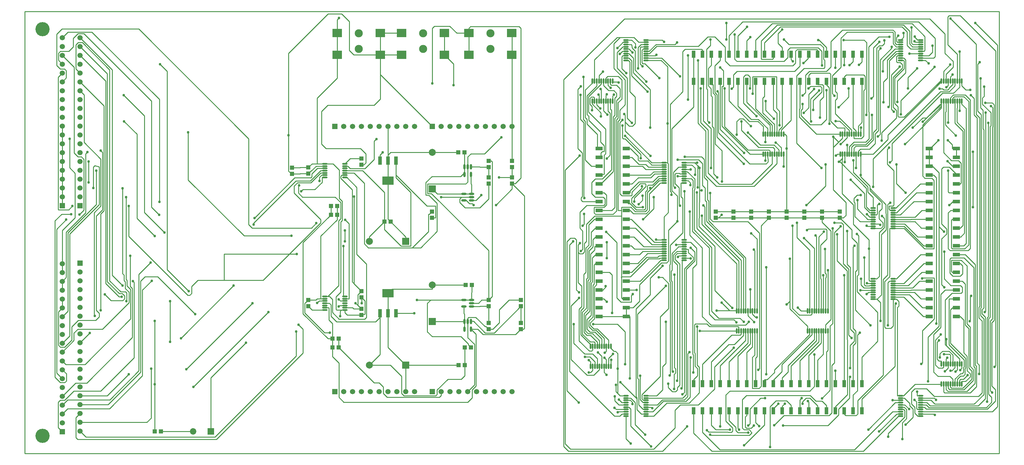
<source format=gtl>
G04 Layer_Physical_Order=1*
G04 Layer_Color=255*
%FSLAX25Y25*%
%MOIN*%
G70*
G01*
G75*
%ADD10R,0.05000X0.05000*%
%ADD11R,0.03937X0.09449*%
%ADD12R,0.12598X0.09449*%
%ADD13O,0.02362X0.06102*%
%ADD14R,0.05000X0.05000*%
%ADD15O,0.06102X0.02362*%
%ADD16R,0.03937X0.07874*%
%ADD17R,0.07874X0.03937*%
%ADD18R,0.11024X0.09449*%
%ADD19O,0.06299X0.01772*%
%ADD20O,0.01772X0.06299*%
%ADD21O,0.06102X0.01772*%
%ADD22C,0.01000*%
%ADD23R,0.07874X0.07874*%
%ADD24C,0.07874*%
%ADD25R,0.07874X0.07874*%
%ADD26C,0.07284*%
%ADD27R,0.07284X0.07284*%
%ADD28C,0.16000*%
%ADD29C,0.05906*%
%ADD30R,0.05906X0.05906*%
%ADD31R,0.05906X0.05906*%
%ADD32C,0.09100*%
%ADD33C,0.03000*%
D10*
X880000Y273500D02*
D03*
Y266500D02*
D03*
X860000Y273500D02*
D03*
Y266500D02*
D03*
X900000Y273500D02*
D03*
Y266500D02*
D03*
X820000Y273500D02*
D03*
Y266500D02*
D03*
X840000Y273500D02*
D03*
Y266500D02*
D03*
X920000Y273500D02*
D03*
Y266500D02*
D03*
X800000Y273500D02*
D03*
Y266500D02*
D03*
X301700Y323400D02*
D03*
Y316400D02*
D03*
X380100Y176600D02*
D03*
Y183600D02*
D03*
X560000Y173500D02*
D03*
Y166500D02*
D03*
Y147500D02*
D03*
Y140500D02*
D03*
X320000Y166500D02*
D03*
Y173500D02*
D03*
X459500Y266500D02*
D03*
Y273500D02*
D03*
X550000Y312400D02*
D03*
Y305400D02*
D03*
Y331000D02*
D03*
Y324000D02*
D03*
X523500D02*
D03*
Y331000D02*
D03*
Y305400D02*
D03*
Y312400D02*
D03*
X380000Y333500D02*
D03*
Y326500D02*
D03*
X320000Y323500D02*
D03*
Y316500D02*
D03*
X380000Y156500D02*
D03*
Y163500D02*
D03*
X780000Y273500D02*
D03*
Y266500D02*
D03*
X523500Y166500D02*
D03*
Y173500D02*
D03*
Y140500D02*
D03*
Y147500D02*
D03*
D11*
X400945Y158583D02*
D03*
X410000D02*
D03*
X419055D02*
D03*
Y331417D02*
D03*
X410000D02*
D03*
X400945D02*
D03*
D12*
X410000Y181417D02*
D03*
Y308583D02*
D03*
D13*
X496260Y140571D02*
D03*
X503740D02*
D03*
X496260Y149429D02*
D03*
X500000D02*
D03*
X503740D02*
D03*
X496260Y315571D02*
D03*
X503740D02*
D03*
X496260Y324429D02*
D03*
X500000D02*
D03*
X503740D02*
D03*
D14*
X497600Y190600D02*
D03*
X504600D02*
D03*
X496500Y120000D02*
D03*
X503500D02*
D03*
X489800Y100000D02*
D03*
X496800D02*
D03*
X347300Y120000D02*
D03*
X354300D02*
D03*
X347300Y130000D02*
D03*
X354300D02*
D03*
X412900Y262200D02*
D03*
X405900D02*
D03*
X345500Y270000D02*
D03*
X352500D02*
D03*
X345500Y280000D02*
D03*
X352500D02*
D03*
X489300Y340600D02*
D03*
X496300D02*
D03*
X153500Y25000D02*
D03*
X146500D02*
D03*
D15*
X495571Y173740D02*
D03*
Y166260D02*
D03*
X504429Y173740D02*
D03*
Y170000D02*
D03*
Y166260D02*
D03*
X495571Y293740D02*
D03*
Y286260D02*
D03*
X504429Y293740D02*
D03*
Y290000D02*
D03*
Y286260D02*
D03*
D16*
X795000Y79104D02*
D03*
X775000D02*
D03*
X765000D02*
D03*
X755000D02*
D03*
X785000D02*
D03*
X835000D02*
D03*
X805000D02*
D03*
X815000D02*
D03*
X825000D02*
D03*
X845000D02*
D03*
X885000D02*
D03*
X855000D02*
D03*
X865000D02*
D03*
X875000D02*
D03*
X895000D02*
D03*
X935000D02*
D03*
X905000D02*
D03*
X915000D02*
D03*
X925000D02*
D03*
X945000D02*
D03*
Y48396D02*
D03*
X925000D02*
D03*
X915000D02*
D03*
X905000D02*
D03*
X935000D02*
D03*
X895000D02*
D03*
X875000D02*
D03*
X865000D02*
D03*
X855000D02*
D03*
X885000D02*
D03*
X845000D02*
D03*
X825000D02*
D03*
X815000D02*
D03*
X805000D02*
D03*
X835000D02*
D03*
X785000D02*
D03*
X755000D02*
D03*
X765000D02*
D03*
X775000D02*
D03*
X795000D02*
D03*
X905000Y420896D02*
D03*
X925000D02*
D03*
X935000D02*
D03*
X945000D02*
D03*
X915000D02*
D03*
X865000D02*
D03*
X895000D02*
D03*
X885000D02*
D03*
X875000D02*
D03*
X855000D02*
D03*
X815000D02*
D03*
X845000D02*
D03*
X835000D02*
D03*
X825000D02*
D03*
X805000D02*
D03*
X765000D02*
D03*
X795000D02*
D03*
X785000D02*
D03*
X775000D02*
D03*
X755000D02*
D03*
Y451604D02*
D03*
X775000D02*
D03*
X785000D02*
D03*
X795000D02*
D03*
X765000D02*
D03*
X805000D02*
D03*
X825000D02*
D03*
X835000D02*
D03*
X845000D02*
D03*
X815000D02*
D03*
X855000D02*
D03*
X875000D02*
D03*
X885000D02*
D03*
X895000D02*
D03*
X865000D02*
D03*
X915000D02*
D03*
X945000D02*
D03*
X935000D02*
D03*
X925000D02*
D03*
X905000D02*
D03*
D17*
X679104Y305000D02*
D03*
Y325000D02*
D03*
Y335000D02*
D03*
Y345000D02*
D03*
Y315000D02*
D03*
Y265000D02*
D03*
Y295000D02*
D03*
Y285000D02*
D03*
Y275000D02*
D03*
Y255000D02*
D03*
Y215000D02*
D03*
Y245000D02*
D03*
Y235000D02*
D03*
Y225000D02*
D03*
Y205000D02*
D03*
Y165000D02*
D03*
Y195000D02*
D03*
Y185000D02*
D03*
Y175000D02*
D03*
Y155000D02*
D03*
X648396D02*
D03*
Y175000D02*
D03*
Y185000D02*
D03*
Y195000D02*
D03*
Y165000D02*
D03*
Y205000D02*
D03*
Y225000D02*
D03*
Y235000D02*
D03*
Y245000D02*
D03*
Y215000D02*
D03*
Y255000D02*
D03*
Y275000D02*
D03*
Y285000D02*
D03*
Y295000D02*
D03*
Y265000D02*
D03*
Y315000D02*
D03*
Y345000D02*
D03*
Y335000D02*
D03*
Y325000D02*
D03*
Y305000D02*
D03*
X1020896Y195000D02*
D03*
Y175000D02*
D03*
Y165000D02*
D03*
Y155000D02*
D03*
Y185000D02*
D03*
Y235000D02*
D03*
Y205000D02*
D03*
Y215000D02*
D03*
Y225000D02*
D03*
Y245000D02*
D03*
Y285000D02*
D03*
Y255000D02*
D03*
Y265000D02*
D03*
Y275000D02*
D03*
Y295000D02*
D03*
Y335000D02*
D03*
Y305000D02*
D03*
Y315000D02*
D03*
Y325000D02*
D03*
Y345000D02*
D03*
X1051604D02*
D03*
Y325000D02*
D03*
Y315000D02*
D03*
Y305000D02*
D03*
Y335000D02*
D03*
Y295000D02*
D03*
Y275000D02*
D03*
Y265000D02*
D03*
Y255000D02*
D03*
Y285000D02*
D03*
Y245000D02*
D03*
Y225000D02*
D03*
Y215000D02*
D03*
Y205000D02*
D03*
Y235000D02*
D03*
Y185000D02*
D03*
Y155000D02*
D03*
Y165000D02*
D03*
Y175000D02*
D03*
Y195000D02*
D03*
D18*
X473700Y451000D02*
D03*
Y475500D02*
D03*
X425200Y451000D02*
D03*
Y475500D02*
D03*
X401200Y451000D02*
D03*
Y475500D02*
D03*
X352700Y451000D02*
D03*
Y475500D02*
D03*
X549700Y451000D02*
D03*
Y475500D02*
D03*
X501200Y451000D02*
D03*
Y475500D02*
D03*
D19*
X988681Y467766D02*
D03*
Y465207D02*
D03*
Y462648D02*
D03*
Y460089D02*
D03*
Y457530D02*
D03*
Y454970D02*
D03*
Y452411D02*
D03*
Y449852D02*
D03*
Y447293D02*
D03*
Y444734D02*
D03*
X1011319Y467766D02*
D03*
Y465207D02*
D03*
Y462648D02*
D03*
Y460089D02*
D03*
Y457530D02*
D03*
Y454970D02*
D03*
Y452411D02*
D03*
Y449852D02*
D03*
Y447293D02*
D03*
Y444734D02*
D03*
X701319Y42234D02*
D03*
Y44793D02*
D03*
Y47352D02*
D03*
Y49911D02*
D03*
Y52470D02*
D03*
Y55030D02*
D03*
Y57589D02*
D03*
Y60148D02*
D03*
Y62707D02*
D03*
Y65266D02*
D03*
X678681Y42234D02*
D03*
Y44793D02*
D03*
Y47352D02*
D03*
Y49911D02*
D03*
Y52470D02*
D03*
Y55030D02*
D03*
Y57589D02*
D03*
Y60148D02*
D03*
Y62707D02*
D03*
Y65266D02*
D03*
X721681Y329016D02*
D03*
Y326457D02*
D03*
Y323898D02*
D03*
Y321339D02*
D03*
Y318780D02*
D03*
Y316220D02*
D03*
Y313661D02*
D03*
Y311102D02*
D03*
Y308543D02*
D03*
Y305984D02*
D03*
X744319Y329016D02*
D03*
Y326457D02*
D03*
Y323898D02*
D03*
Y321339D02*
D03*
Y318780D02*
D03*
Y316220D02*
D03*
Y313661D02*
D03*
Y311102D02*
D03*
Y308543D02*
D03*
Y305984D02*
D03*
X980319Y174484D02*
D03*
Y177043D02*
D03*
Y179602D02*
D03*
Y182161D02*
D03*
Y184720D02*
D03*
Y187280D02*
D03*
Y189839D02*
D03*
Y192398D02*
D03*
Y194957D02*
D03*
Y197516D02*
D03*
X957681Y174484D02*
D03*
Y177043D02*
D03*
Y179602D02*
D03*
Y182161D02*
D03*
Y184720D02*
D03*
Y187280D02*
D03*
Y189839D02*
D03*
Y192398D02*
D03*
Y194957D02*
D03*
Y197516D02*
D03*
X678681Y467766D02*
D03*
Y465207D02*
D03*
Y462648D02*
D03*
Y460089D02*
D03*
Y457530D02*
D03*
Y454970D02*
D03*
Y452411D02*
D03*
Y449852D02*
D03*
Y447293D02*
D03*
Y444734D02*
D03*
X701319Y467766D02*
D03*
Y465207D02*
D03*
Y462648D02*
D03*
Y460089D02*
D03*
Y457530D02*
D03*
Y454970D02*
D03*
Y452411D02*
D03*
Y449852D02*
D03*
Y447293D02*
D03*
Y444734D02*
D03*
X1011319Y42234D02*
D03*
Y44793D02*
D03*
Y47352D02*
D03*
Y49911D02*
D03*
Y52470D02*
D03*
Y55030D02*
D03*
Y57589D02*
D03*
Y60148D02*
D03*
Y62707D02*
D03*
Y65266D02*
D03*
X988681Y42234D02*
D03*
Y44793D02*
D03*
Y47352D02*
D03*
Y49911D02*
D03*
Y52470D02*
D03*
Y55030D02*
D03*
Y57589D02*
D03*
Y60148D02*
D03*
Y62707D02*
D03*
Y65266D02*
D03*
X721681Y241516D02*
D03*
Y238957D02*
D03*
Y236398D02*
D03*
Y233839D02*
D03*
Y231280D02*
D03*
Y228720D02*
D03*
Y226161D02*
D03*
Y223602D02*
D03*
Y221043D02*
D03*
Y218484D02*
D03*
X744319Y241516D02*
D03*
Y238957D02*
D03*
Y236398D02*
D03*
Y233839D02*
D03*
Y231280D02*
D03*
Y228720D02*
D03*
Y226161D02*
D03*
Y223602D02*
D03*
Y221043D02*
D03*
Y218484D02*
D03*
X980319Y254484D02*
D03*
Y257043D02*
D03*
Y259602D02*
D03*
Y262161D02*
D03*
Y264720D02*
D03*
Y267280D02*
D03*
Y269839D02*
D03*
Y272398D02*
D03*
Y274957D02*
D03*
Y277516D02*
D03*
X957681Y254484D02*
D03*
Y257043D02*
D03*
Y259602D02*
D03*
Y262161D02*
D03*
Y264720D02*
D03*
Y267280D02*
D03*
Y269839D02*
D03*
Y272398D02*
D03*
Y274957D02*
D03*
Y277516D02*
D03*
D20*
X943516Y361319D02*
D03*
X940957D02*
D03*
X938398D02*
D03*
X935839D02*
D03*
X933280D02*
D03*
X930720D02*
D03*
X928161D02*
D03*
X925602D02*
D03*
X923043D02*
D03*
X920484D02*
D03*
X943516Y338681D02*
D03*
X940957D02*
D03*
X938398D02*
D03*
X935839D02*
D03*
X933280D02*
D03*
X930720D02*
D03*
X928161D02*
D03*
X925602D02*
D03*
X923043D02*
D03*
X920484D02*
D03*
X803484Y138681D02*
D03*
X806043D02*
D03*
X808602D02*
D03*
X811161D02*
D03*
X813720D02*
D03*
X816280D02*
D03*
X818839D02*
D03*
X821398D02*
D03*
X823957D02*
D03*
X826516D02*
D03*
X803484Y161319D02*
D03*
X806043D02*
D03*
X808602D02*
D03*
X811161D02*
D03*
X813720D02*
D03*
X816280D02*
D03*
X818839D02*
D03*
X821398D02*
D03*
X823957D02*
D03*
X826516D02*
D03*
X638484Y98681D02*
D03*
X641043D02*
D03*
X643602D02*
D03*
X646161D02*
D03*
X648720D02*
D03*
X651280D02*
D03*
X653839D02*
D03*
X656398D02*
D03*
X658957D02*
D03*
X661516D02*
D03*
X638484Y121319D02*
D03*
X641043D02*
D03*
X643602D02*
D03*
X646161D02*
D03*
X648720D02*
D03*
X651280D02*
D03*
X653839D02*
D03*
X656398D02*
D03*
X658957D02*
D03*
X661516D02*
D03*
X1057766Y421319D02*
D03*
X1055207D02*
D03*
X1052648D02*
D03*
X1050089D02*
D03*
X1047530D02*
D03*
X1044970D02*
D03*
X1042411D02*
D03*
X1039852D02*
D03*
X1037293D02*
D03*
X1034734D02*
D03*
X1057766Y398681D02*
D03*
X1055207D02*
D03*
X1052648D02*
D03*
X1050089D02*
D03*
X1047530D02*
D03*
X1044970D02*
D03*
X1042411D02*
D03*
X1039852D02*
D03*
X1037293D02*
D03*
X1034734D02*
D03*
X856516Y361319D02*
D03*
X853957D02*
D03*
X851398D02*
D03*
X848839D02*
D03*
X846280D02*
D03*
X843720D02*
D03*
X841161D02*
D03*
X838602D02*
D03*
X836043D02*
D03*
X833484D02*
D03*
X856516Y338681D02*
D03*
X853957D02*
D03*
X851398D02*
D03*
X848839D02*
D03*
X846280D02*
D03*
X843720D02*
D03*
X841161D02*
D03*
X838602D02*
D03*
X836043D02*
D03*
X833484D02*
D03*
X883484Y138681D02*
D03*
X886043D02*
D03*
X888602D02*
D03*
X891161D02*
D03*
X893720D02*
D03*
X896280D02*
D03*
X898839D02*
D03*
X901398D02*
D03*
X903957D02*
D03*
X906516D02*
D03*
X883484Y161319D02*
D03*
X886043D02*
D03*
X888602D02*
D03*
X891161D02*
D03*
X893720D02*
D03*
X896280D02*
D03*
X898839D02*
D03*
X901398D02*
D03*
X903957D02*
D03*
X906516D02*
D03*
X640484Y398681D02*
D03*
X643043D02*
D03*
X645602D02*
D03*
X648161D02*
D03*
X650720D02*
D03*
X653280D02*
D03*
X655839D02*
D03*
X658398D02*
D03*
X660957D02*
D03*
X663516D02*
D03*
X640484Y421319D02*
D03*
X643043D02*
D03*
X645602D02*
D03*
X648161D02*
D03*
X650720D02*
D03*
X653280D02*
D03*
X655839D02*
D03*
X658398D02*
D03*
X660957D02*
D03*
X663516D02*
D03*
X1057766Y101319D02*
D03*
X1055207D02*
D03*
X1052648D02*
D03*
X1050089D02*
D03*
X1047530D02*
D03*
X1044970D02*
D03*
X1042411D02*
D03*
X1039852D02*
D03*
X1037293D02*
D03*
X1034734D02*
D03*
X1057766Y78681D02*
D03*
X1055207D02*
D03*
X1052648D02*
D03*
X1050089D02*
D03*
X1047530D02*
D03*
X1044970D02*
D03*
X1042411D02*
D03*
X1039852D02*
D03*
X1037293D02*
D03*
X1034734D02*
D03*
D21*
X338681Y327677D02*
D03*
Y325118D02*
D03*
Y322559D02*
D03*
Y320000D02*
D03*
Y317441D02*
D03*
Y314882D02*
D03*
Y312323D02*
D03*
X361319Y327677D02*
D03*
Y325118D02*
D03*
Y322559D02*
D03*
Y320000D02*
D03*
Y317441D02*
D03*
Y314882D02*
D03*
Y312323D02*
D03*
X338681Y177677D02*
D03*
Y175118D02*
D03*
Y172559D02*
D03*
Y170000D02*
D03*
Y167441D02*
D03*
Y164882D02*
D03*
Y162323D02*
D03*
X361319Y177677D02*
D03*
Y175118D02*
D03*
Y172559D02*
D03*
Y170000D02*
D03*
Y167441D02*
D03*
Y164882D02*
D03*
Y162323D02*
D03*
D22*
X788600Y415558D02*
Y433000D01*
X788500Y415458D02*
X788600Y415558D01*
X785000Y436600D02*
X788600Y433000D01*
X790100Y369700D02*
Y412900D01*
X782000Y409700D02*
X783100Y408600D01*
X779400Y350100D02*
Y405450D01*
X776850Y408000D02*
X779400Y405450D01*
X776850Y408000D02*
Y417258D01*
X774700Y404700D02*
Y412800D01*
Y404700D02*
X775900Y403500D01*
Y370000D02*
Y403500D01*
X781300Y357809D02*
Y406130D01*
X779000Y408430D02*
X781300Y406130D01*
X779000Y408430D02*
Y438551D01*
X770500Y376200D02*
Y411742D01*
Y376200D02*
X772500Y374200D01*
X790100Y369700D02*
X816400Y343400D01*
X769731Y412510D02*
X770500Y411742D01*
X765000Y418900D02*
X766000D01*
Y376200D02*
Y418900D01*
Y376200D02*
X774500Y367700D01*
X763000Y374376D02*
Y412900D01*
Y374376D02*
X771400Y365976D01*
X519000Y339000D02*
X538000Y358000D01*
X503500Y339000D02*
X519000D01*
X500000Y335500D02*
X503500Y339000D01*
X473700Y451000D02*
X484000Y440700D01*
Y417200D02*
Y440700D01*
X550000Y370000D02*
Y477000D01*
X560000Y311800D02*
Y481000D01*
X558100Y482900D02*
X560000Y481000D01*
X503000Y482900D02*
X558100D01*
X553600Y305400D02*
X560000Y311800D01*
X462400Y483400D02*
X479600D01*
X460000Y481000D02*
X462400Y483400D01*
X460000Y419000D02*
Y481000D01*
X394350Y353350D02*
X397000Y356000D01*
X383900Y322200D02*
X394350Y332650D01*
Y353350D01*
X401200Y428800D02*
X460000Y370000D01*
X382800Y326500D02*
X385000Y328700D01*
X379000Y345000D02*
X385000Y339000D01*
Y328700D02*
Y339000D01*
X340000Y345000D02*
X379000D01*
X335000Y350000D02*
X340000Y345000D01*
X335000Y350000D02*
Y387000D01*
X342000Y394000D01*
X394200D01*
X401200Y401000D01*
X330000Y401900D02*
X352700Y424600D01*
X330000Y327677D02*
Y401900D01*
X324177Y327677D02*
X338681D01*
X503740Y149500D02*
X506500D01*
X342000Y177677D02*
X344000D01*
X943516Y338600D02*
X957500D01*
X943516Y315000D02*
Y338600D01*
Y313084D02*
Y315000D01*
Y338600D02*
Y338681D01*
X953918Y299835D02*
Y302682D01*
Y297752D02*
Y299835D01*
X1032000Y104566D02*
X1034734D01*
X803484Y161494D02*
Y214626D01*
X876200Y161300D02*
X883484D01*
X756000Y329016D02*
X758984D01*
X744319D02*
X756000D01*
X759500Y325516D02*
X761500Y323516D01*
X677700Y365100D02*
Y374887D01*
X761500Y323516D02*
X761502Y323000D01*
X761600Y297500D01*
Y323000D01*
X795552Y161494D02*
X803484D01*
X781006D02*
X795552D01*
X744500Y241516D02*
Y296507D01*
X298700Y225800D02*
X307100D01*
X225100D02*
X298700D01*
X334000Y261100D01*
X268900Y196000D02*
X298700Y225800D01*
X225100Y196000D02*
X268900D01*
X195300D02*
X225100D01*
X359700Y177677D02*
Y234500D01*
X335600Y306782D02*
Y312323D01*
X1057766Y81531D02*
X1062031D01*
X683300Y295000D02*
Y297287D01*
X681100Y282700D02*
Y285000D01*
X645200Y190800D02*
Y195000D01*
X650400Y335000D02*
Y340000D01*
X646400Y345000D02*
Y361000D01*
X835000Y83500D02*
X838000D01*
X678600Y16700D02*
Y42234D01*
X895000Y417300D02*
X900200D01*
X419055Y158600D02*
X439500D01*
X492000Y313420D02*
X496260Y317679D01*
X437328Y232763D02*
X446963D01*
X387737D02*
X437328D01*
X495571Y173740D02*
X500000D01*
X458240D02*
X495571D01*
X442540D02*
X458240D01*
X419055Y311900D02*
Y315056D01*
X400945Y112035D02*
Y153845D01*
X918522Y352178D02*
X923043Y356700D01*
X912500Y346157D02*
X918522Y352178D01*
X912500Y298400D02*
Y346157D01*
Y358200D01*
X668500Y470700D02*
X672000D01*
X702600Y295200D02*
X707700Y300300D01*
X673500Y200000D02*
X683756D01*
X673400D02*
X673500D01*
Y275000D02*
Y278400D01*
Y268600D02*
Y275000D01*
Y200000D02*
Y268600D01*
Y198000D02*
Y200000D01*
X624600Y193400D02*
Y227700D01*
X755000Y420896D02*
Y451604D01*
Y392000D02*
Y420896D01*
X1032100Y256800D02*
Y317500D01*
Y144100D02*
Y256800D01*
X683000Y85000D02*
Y155000D01*
X401200Y401000D02*
Y428800D01*
X470000Y290000D02*
X493000D01*
X371700Y192000D02*
X380100Y183600D01*
X369500Y194200D02*
X371700Y192000D01*
X376000Y167500D02*
X380000Y163500D01*
X373400Y170100D02*
X376000Y167500D01*
X146500Y78300D02*
Y150000D01*
Y25000D02*
Y78300D01*
X957700Y277516D02*
Y289694D01*
X931000Y62600D02*
Y86800D01*
X742100Y74600D02*
Y218484D01*
X818532Y338700D02*
X833484D01*
X1034734Y395000D02*
Y398681D01*
Y392834D02*
Y395000D01*
Y390934D02*
Y392834D01*
X1018000Y379700D02*
X1033300Y395000D01*
X1013600Y375300D02*
X1018000Y379700D01*
X1013600Y369800D02*
Y371700D01*
Y313900D02*
Y369800D01*
X1034734Y390934D01*
X993800Y350000D02*
X1013600Y369800D01*
X860000Y344900D02*
Y359319D01*
X980300Y144447D02*
Y174484D01*
X1005134Y78400D02*
X1034734D01*
X863800Y172400D02*
Y220300D01*
Y163684D02*
Y172400D01*
X725600Y373200D02*
Y437534D01*
Y329232D02*
Y373200D01*
X762000Y138600D02*
X803484D01*
X712984Y241516D02*
X721600D01*
Y267800D01*
X663516Y420300D02*
X669600D01*
X669300Y96100D02*
Y113121D01*
Y67966D02*
Y77800D01*
Y96100D01*
X667400Y69866D02*
X669300Y67966D01*
X1067364Y150451D02*
Y178200D01*
X922500Y327560D02*
X949980Y300081D01*
X919530Y330530D02*
X922500Y327560D01*
X923043Y334043D02*
Y338681D01*
Y332700D02*
Y334043D01*
X919000Y330000D02*
X919530Y330530D01*
X922500Y327560D02*
Y332157D01*
Y294125D02*
Y327560D01*
X919530Y330530D02*
X923043Y334043D01*
X1039000Y123107D02*
Y173800D01*
X1040200Y121907D02*
X1055207Y106900D01*
X1039000Y123107D02*
X1040200Y121907D01*
X952900Y231600D02*
Y241716D01*
Y196057D02*
Y231600D01*
X691100Y49693D02*
X696000Y44793D01*
X691000Y49793D02*
X691100Y49693D01*
X380400Y176300D02*
X384000Y172700D01*
X775000Y417258D02*
X776850D01*
X535400Y312400D02*
X550000D01*
X509260Y286260D02*
X515300Y292300D01*
X504429Y286260D02*
X509260D01*
X952361Y182161D02*
X957681D01*
X950400Y180200D02*
X952361Y182161D01*
X943200Y184700D02*
X943220Y184720D01*
X957681D01*
X42300Y54800D02*
X48300Y60800D01*
X96008D01*
X128800Y93592D01*
Y202800D01*
X141900Y215900D01*
X118900Y189100D02*
Y223600D01*
Y189100D02*
X121300Y186700D01*
Y131200D02*
Y186700D01*
X69900Y79800D02*
X121300Y131200D01*
X57300Y79800D02*
X69900D01*
X42300Y64800D02*
X57300Y79800D01*
X62300Y470400D02*
X98600Y434100D01*
Y201600D02*
Y434100D01*
Y201600D02*
X110200Y190000D01*
X42300Y44800D02*
X48300Y50800D01*
X95755D01*
X132800Y87845D01*
Y184900D01*
X143200Y195300D01*
X106268Y177400D02*
X109200D01*
X91300Y192368D02*
X106268Y177400D01*
X91300Y192368D02*
Y421400D01*
X62300Y450400D02*
X91300Y421400D01*
X62300Y460400D02*
X93100Y429600D01*
Y194300D02*
Y429600D01*
Y194300D02*
X106500Y180900D01*
X110100D01*
X112728Y178272D01*
Y175200D02*
Y178272D01*
X110528Y173000D02*
X112728Y175200D01*
X97375Y173000D02*
X110528D01*
X90375Y180000D02*
X97375Y173000D01*
X57600Y435100D02*
X62300Y430400D01*
X57600Y435100D02*
Y462453D01*
X60147Y465000D01*
X64853D01*
X95800Y434053D01*
Y195400D02*
Y434053D01*
Y195400D02*
X108200Y183000D01*
X113700D01*
X115100Y181600D01*
Y172800D02*
Y181600D01*
X114500Y172200D02*
X115100Y172800D01*
X152500Y440400D02*
X160600Y432300D01*
Y207900D02*
Y432300D01*
Y207900D02*
X185000Y183500D01*
X85800Y342600D02*
X87600Y340800D01*
Y275800D02*
Y340800D01*
X80590Y268790D02*
X87600Y275800D01*
X80590Y162000D02*
Y268790D01*
Y162000D02*
X84000Y158590D01*
Y154590D02*
Y158590D01*
X80000Y150590D02*
X84000Y154590D01*
X60290Y150590D02*
X80000D01*
X53000Y143300D02*
X60290Y150590D01*
X53000Y128184D02*
Y143300D01*
X45116Y120300D02*
X53000Y128184D01*
X40047Y120300D02*
X45116D01*
X37847Y122500D02*
X40047Y120300D01*
X37847Y122500D02*
Y160347D01*
X42300Y164800D01*
X111500Y405400D02*
X134900Y382000D01*
Y272600D02*
Y382000D01*
Y272600D02*
X157500Y250000D01*
X126500Y266000D02*
X146600Y245900D01*
X126500Y266000D02*
Y361300D01*
X112100Y375700D02*
X126500Y361300D01*
X176200Y130400D02*
X235800Y190000D01*
X164000Y126200D02*
Y172400D01*
X182300Y95300D02*
X257000Y170000D01*
X92900Y65300D02*
X117200Y89600D01*
X62300Y65300D02*
X92900D01*
X309000Y145700D02*
X313950Y140750D01*
Y113650D02*
Y140750D01*
X216400Y16100D02*
X313950Y113650D01*
X59700Y16100D02*
X216400D01*
X57700Y18100D02*
X59700Y16100D01*
X57700Y18100D02*
Y40700D01*
X62300Y45300D01*
Y55300D02*
X94000D01*
X130700Y92000D01*
Y195100D01*
X135700Y200100D01*
X150000D01*
X192300Y157800D01*
X62300Y35300D02*
X137800D01*
X142500Y40000D01*
Y95900D01*
X36000Y91100D02*
X42300Y84800D01*
X36000Y91100D02*
Y253700D01*
X46800Y264500D01*
X361300Y240000D02*
Y252400D01*
X42300Y124800D02*
X50600Y133100D01*
Y248379D01*
X84000Y281779D01*
Y324400D01*
X78900Y325500D02*
X84000Y324400D01*
X77400Y324000D02*
X78900Y325500D01*
X77400Y300300D02*
Y324000D01*
X61800Y270200D02*
X66800Y275200D01*
Y332700D01*
X64000Y335500D02*
X66800Y332700D01*
X60000Y335500D02*
X64000D01*
X55600Y339900D02*
X60000Y335500D01*
X55600Y339900D02*
Y437100D01*
X42300Y450400D02*
X55600Y437100D01*
X114200Y197097D02*
Y290000D01*
Y197097D02*
X115300Y195997D01*
Y189675D02*
Y195997D01*
Y189675D02*
X119400Y185575D01*
Y152200D02*
Y185575D01*
X67900Y100700D02*
X119400Y152200D01*
X46400Y100700D02*
X67900D01*
X42300Y104800D02*
X46400Y100700D01*
X324177Y162323D02*
X338681D01*
X320000Y166500D02*
X324177Y162323D01*
X663516Y398681D02*
Y404416D01*
X665000Y405900D01*
X676600Y384000D02*
X677700Y382900D01*
Y374887D02*
Y382900D01*
Y374887D02*
X682241Y370346D01*
X686000D01*
X688854Y373200D01*
Y403446D01*
X683000Y409300D02*
X688854Y403446D01*
X683000Y409300D02*
Y443034D01*
X681300Y444734D02*
X683000Y443034D01*
X678681Y444734D02*
X681300D01*
X761600Y292807D02*
Y297500D01*
X744319Y241516D02*
X744500D01*
X761600Y297500D02*
X763900D01*
X765000Y418900D02*
Y420896D01*
X774500Y323000D02*
Y367700D01*
X761000Y257111D02*
X761600Y292807D01*
X761000Y257111D02*
X803484Y214626D01*
X661516Y105416D02*
X662000Y105900D01*
X661516Y98681D02*
Y105416D01*
X1033619Y421319D02*
X1034734D01*
X992800Y380500D02*
X1033619Y421319D01*
X986600Y380500D02*
X992800D01*
X985800Y381300D02*
X986600Y380500D01*
X985800Y381300D02*
Y392200D01*
X982050Y395950D02*
X985800Y392200D01*
X982050Y395950D02*
Y424750D01*
X992500Y435200D01*
Y444134D01*
X991900Y444734D02*
X992500Y444134D01*
X988681Y444734D02*
X991900D01*
X677700Y365100D02*
X706300Y336500D01*
X759500Y300900D02*
Y325516D01*
X756000Y329016D02*
X759500Y325516D01*
X1034734Y101319D02*
Y104566D01*
X1029964Y106602D02*
X1032000Y104566D01*
X1029964Y125864D02*
X1032000Y127900D01*
X965900Y150100D02*
Y170584D01*
X962000Y174484D02*
X965900Y170584D01*
X957681Y174484D02*
X962000D01*
X953918Y299835D02*
X972000Y281752D01*
Y271599D02*
Y281752D01*
Y271599D02*
X972200Y271399D01*
Y253100D02*
Y271399D01*
X966818Y247718D02*
X972200Y253100D01*
X966818Y179302D02*
Y247718D01*
X962000Y174484D02*
X966818Y179302D01*
X117200Y245700D02*
Y280000D01*
X188200Y188900D02*
X195300Y196000D01*
X334000Y261100D02*
Y264700D01*
X304000Y294700D02*
X334000Y264700D01*
X304000Y294700D02*
Y302534D01*
X307866Y306400D01*
X322884D01*
X333925Y317441D01*
X338681D01*
X117200Y245700D02*
X184000Y178900D01*
X186000D01*
X188200Y181100D01*
Y188900D01*
X225100Y196000D02*
Y225800D01*
X354300Y174400D02*
X356141Y172559D01*
X361319D01*
X332500Y308182D02*
Y312382D01*
X335000Y314882D01*
X338681D01*
X361319Y175118D02*
X365900D01*
X366000Y175218D01*
Y259900D01*
X361700Y264200D02*
X366000Y259900D01*
X333938Y320000D02*
X338681D01*
X322338Y308400D02*
X333938Y320000D01*
X306066Y308400D02*
X322338D01*
X258400Y260734D02*
X306066Y308400D01*
X258400Y259000D02*
Y260734D01*
X359700Y177677D02*
X361319D01*
X312000Y296500D02*
X314000Y298500D01*
X327318D01*
X335600Y306782D01*
Y312323D02*
X338681D01*
X1013200Y165000D02*
X1020896D01*
X998598Y179602D02*
X1013200Y165000D01*
X980319Y179602D02*
X998598D01*
X1010108Y195000D02*
X1020896D01*
X1002388Y187280D02*
X1010108Y195000D01*
X980319Y187280D02*
X1002388D01*
X1011300Y225000D02*
X1020896D01*
X983816Y197516D02*
X1011300Y225000D01*
X980319Y197516D02*
X983816D01*
X1010900Y305000D02*
X1020896D01*
X983416Y277516D02*
X1010900Y305000D01*
X980319Y277516D02*
X983416D01*
X1050089Y373511D02*
Y398681D01*
Y373511D02*
X1059000Y364600D01*
Y257900D02*
Y364600D01*
X1056100Y255000D02*
X1059000Y257900D01*
X1051604Y255000D02*
X1056100D01*
X1052648Y390941D02*
Y398681D01*
X1052200Y390493D02*
X1052648Y390941D01*
X1052200Y374900D02*
Y390493D01*
Y374900D02*
X1060800Y366300D01*
Y249300D02*
Y366300D01*
X1056500Y245000D02*
X1060800Y249300D01*
X1051604Y245000D02*
X1056500D01*
X1051604Y235000D02*
X1060000D01*
X1062600Y237600D01*
Y390166D01*
X1057766Y395000D02*
X1062600Y390166D01*
X1057766Y395000D02*
Y398681D01*
X1037293Y69506D02*
Y78681D01*
Y69506D02*
X1038300Y68500D01*
X1067300D01*
X1074400Y75600D01*
Y98700D01*
X1073092Y100008D02*
X1074400Y98700D01*
X1073092Y100008D02*
Y213608D01*
X1061700Y225000D02*
X1073092Y213608D01*
X1051604Y225000D02*
X1061700D01*
X1039852Y72547D02*
Y78681D01*
Y72547D02*
X1042000Y70400D01*
X1063700D01*
X1072600Y79300D01*
Y96900D01*
X1071292Y98208D02*
X1072600Y96900D01*
X1071292Y98208D02*
Y210308D01*
X1060400Y221200D02*
X1071292Y210308D01*
X1045500Y221200D02*
X1060400D01*
X1044200Y219900D02*
X1045500Y221200D01*
X1044200Y204100D02*
Y219900D01*
Y204100D02*
X1047700Y200600D01*
X1056000D01*
X1058600Y203200D01*
Y212400D01*
X1056000Y215000D02*
X1058600Y212400D01*
X1051604Y215000D02*
X1056000D01*
X1044970Y75000D02*
Y78681D01*
Y75000D02*
X1045970Y74000D01*
X1059000D01*
X1069000Y84000D01*
Y93300D01*
X1065552Y96748D02*
X1069000Y93300D01*
X1065552Y96748D02*
Y141348D01*
X1061700Y145200D02*
X1065552Y141348D01*
X1061700Y145200D02*
Y191500D01*
X1058200Y195000D02*
X1061700Y191500D01*
X1051604Y195000D02*
X1058200D01*
X1052648Y78681D02*
Y84000D01*
X1056426Y87779D01*
X1059620D01*
X1061382Y89541D01*
Y95966D01*
X1061952Y96535D01*
Y107648D01*
X1045100Y124500D02*
X1061952Y107648D01*
X1045100Y124500D02*
Y162800D01*
X1047300Y165000D01*
X1051604D01*
X679104Y265000D02*
X684500D01*
X710543Y238957D01*
X721681D01*
X703101Y226161D02*
X721681D01*
X691940Y215000D02*
X703101Y226161D01*
X679104Y215000D02*
X691940D01*
X679104Y195000D02*
X694485D01*
X717969Y218484D01*
X721681D01*
X658957Y121319D02*
Y128243D01*
X646200Y141000D02*
X658957Y128243D01*
X642300Y141000D02*
X646200D01*
X638400Y144900D02*
X642300Y141000D01*
X638400Y144900D02*
Y147900D01*
X642958Y152458D01*
Y188558D01*
X645200Y190800D01*
Y195000D02*
X648396D01*
X653839Y121319D02*
Y130348D01*
X644992Y139195D02*
X653839Y130348D01*
X640994Y139195D02*
X644992D01*
X636600Y143588D02*
X640994Y139195D01*
X636600Y143588D02*
Y149900D01*
X641158Y154458D01*
Y190269D01*
X642600Y191710D01*
Y213300D01*
X644300Y215000D01*
X648396D01*
X651280Y121319D02*
Y129704D01*
X643589Y137395D02*
X651280Y129704D01*
X638000Y137395D02*
X643589D01*
X634800Y140595D02*
X638000Y137395D01*
X634800Y140595D02*
Y151700D01*
X639358Y156258D01*
Y192805D01*
X640700Y194147D01*
Y221400D01*
X644300Y225000D01*
X648396D01*
X648720Y121319D02*
Y127769D01*
X640989Y135500D02*
X648720Y127769D01*
X635895Y135500D02*
X640989D01*
X633000Y138395D02*
X635895Y135500D01*
X633000Y138395D02*
Y156303D01*
X637558Y160861D01*
Y193869D01*
X638800Y195110D01*
Y225784D01*
X643300Y230284D01*
Y234300D01*
X648396Y235000D01*
X646161Y121319D02*
Y125969D01*
X638530Y133600D02*
X646161Y125969D01*
X634688Y133600D02*
X638530D01*
X631200Y137088D02*
X634688Y133600D01*
X631200Y137088D02*
Y158103D01*
X635758Y162661D01*
Y195669D01*
X637000Y196910D01*
Y229143D01*
X641451Y233594D01*
Y242000D01*
X644451Y245000D01*
X648396D01*
X643602Y121319D02*
Y125300D01*
X642743Y126160D02*
X643602Y125300D01*
X638329Y126160D02*
X642743D01*
X629400Y135088D02*
X638329Y126160D01*
X629400Y135088D02*
Y159859D01*
X633900Y164359D01*
Y197410D01*
X635200Y198710D01*
Y230943D01*
X639400Y235143D01*
Y250400D01*
X644000Y255000D01*
X648396D01*
X642813Y265000D02*
X648396D01*
X636500Y258687D02*
X642813Y265000D01*
X636500Y235600D02*
Y258687D01*
X633400Y232500D02*
X636500Y235600D01*
X633400Y205000D02*
Y232500D01*
X630900Y202500D02*
X633400Y205000D01*
X630900Y165000D02*
Y202500D01*
X627600Y161700D02*
X630900Y165000D01*
X627600Y134300D02*
Y161700D01*
Y134300D02*
X638484Y123416D01*
Y121319D02*
Y123416D01*
X658398Y416446D02*
Y421319D01*
Y416446D02*
X661282Y413561D01*
X624296Y411900D02*
X627775Y415380D01*
X624296Y344904D02*
Y411900D01*
Y344904D02*
X629200Y340000D01*
Y290500D02*
Y340000D01*
X628000Y289300D02*
X629200Y290500D01*
X628000Y286700D02*
Y289300D01*
Y286700D02*
X629700Y285000D01*
X648396D01*
X650720Y418000D02*
Y421319D01*
X636298Y403578D02*
X650720Y418000D01*
X636298Y386253D02*
Y403578D01*
Y386253D02*
X655700Y366852D01*
Y339147D02*
Y366852D01*
X653900Y337347D02*
X655700Y339147D01*
X653900Y316000D02*
Y337347D01*
X648396Y315000D02*
X653900Y316000D01*
X645602Y415702D02*
Y421319D01*
X634498Y404598D02*
X645602Y415702D01*
X634498Y383502D02*
Y404598D01*
Y383502D02*
X636600Y381400D01*
Y377100D02*
Y381400D01*
Y377100D02*
X650100Y363600D01*
Y352201D02*
Y363600D01*
Y352201D02*
X653833Y348469D01*
Y341500D02*
Y348469D01*
X651900Y341500D02*
X653833D01*
X650400Y340000D02*
X651900Y341500D01*
X648396Y335000D02*
X650400D01*
X646400Y345000D02*
X648396D01*
X634800Y372600D02*
X646400Y361000D01*
X634800Y372600D02*
Y377860D01*
X632698Y379962D02*
X634800Y377860D01*
X632698Y379962D02*
Y411314D01*
X640484Y419100D01*
Y421319D01*
X808602Y135000D02*
Y138681D01*
X807602Y134000D02*
X808602Y135000D01*
X797999Y134000D02*
X807602D01*
X765000Y101001D02*
X797999Y134000D01*
X765000Y79104D02*
Y101001D01*
X813720Y127909D02*
Y138681D01*
X785000Y99188D02*
X813720Y127909D01*
X785000Y79104D02*
Y99188D01*
X795000Y79104D02*
Y103620D01*
X816280Y124900D01*
Y138681D01*
X805000Y79104D02*
Y110020D01*
X818839Y123859D01*
Y138681D01*
X886043Y134643D02*
Y138681D01*
X846200Y94800D02*
X886043Y134643D01*
X846200Y91700D02*
Y94800D01*
X838000Y83500D02*
X846200Y91700D01*
X835000Y79104D02*
Y83500D01*
X888602Y134657D02*
Y138681D01*
X854700Y100754D02*
X888602Y134657D01*
X854700Y92800D02*
Y100754D01*
X845000Y83100D02*
X854700Y92800D01*
X845000Y79104D02*
Y83100D01*
X855000Y79104D02*
Y85500D01*
X861800Y92300D01*
Y99448D01*
X891161Y128809D01*
Y138681D01*
X893720Y127768D02*
Y138681D01*
X865000Y99048D02*
X893720Y127768D01*
X865000Y79104D02*
Y99048D01*
X896280Y126241D02*
Y138681D01*
X875000Y104961D02*
X896280Y126241D01*
X875000Y79104D02*
Y104961D01*
X678681Y62707D02*
X683993D01*
X689100Y57600D01*
Y32600D02*
Y57600D01*
Y32600D02*
X700400Y21300D01*
X773500D02*
X774018Y20782D01*
X818000D01*
X820500Y23282D01*
X818100Y26900D02*
X820500Y23282D01*
X811900Y26900D02*
X818100D01*
X810000Y28800D02*
X811900Y26900D01*
X810000Y28800D02*
Y60900D01*
X814600Y65500D01*
X886700D01*
X893000Y59200D01*
X900100D01*
X905000Y54300D01*
Y48396D02*
Y54300D01*
X673896Y57589D02*
X678681D01*
X670500Y60984D02*
X673896Y57589D01*
X883983Y59417D02*
X885000Y58400D01*
Y48396D02*
Y58400D01*
X678600Y42234D02*
X678681D01*
X678600Y16700D02*
X683900Y11400D01*
X811946Y9400D02*
X835000Y32454D01*
Y48396D01*
X982789Y57589D02*
X988681D01*
X952200Y27000D02*
X982789Y57589D01*
X805000Y28300D02*
X806400Y26900D01*
X805000Y28300D02*
Y48396D01*
X979752Y47352D02*
X988681D01*
X936700Y4300D02*
X979752Y47352D01*
X784700Y4300D02*
X936700D01*
X765000Y24000D02*
X784700Y4300D01*
X765000Y24000D02*
Y48396D01*
X843720Y361319D02*
Y371380D01*
X825000Y390100D02*
X843720Y371380D01*
X825000Y390100D02*
Y420896D01*
X805000Y393051D02*
Y420896D01*
Y393051D02*
X819936Y378115D01*
X827988D01*
X838602Y367500D01*
Y361319D02*
Y367500D01*
X795000Y398844D02*
Y420896D01*
Y398844D02*
X818136Y375708D01*
X827776D01*
X833484Y370000D01*
Y361319D02*
Y370000D01*
X805000Y451604D02*
Y472300D01*
X815400Y482700D01*
X1024700Y454000D02*
Y461389D01*
X1020552Y449852D02*
X1024700Y454000D01*
X1011319Y449852D02*
X1020552D01*
X815000Y451604D02*
Y467000D01*
X819000Y471000D01*
X998774Y452411D02*
X1011319D01*
X825000Y451604D02*
Y467667D01*
X843633Y486300D01*
X1001500D01*
X1016100Y471700D01*
Y456070D02*
Y471700D01*
X1015000Y454970D02*
X1016100Y456070D01*
X1011319Y454970D02*
X1015000D01*
X835000Y451604D02*
Y464700D01*
X853000Y482700D01*
X990198D01*
X995870Y477028D01*
Y461659D02*
Y477028D01*
Y461659D02*
X1000000Y457530D01*
X1011319D01*
X1007900Y467766D02*
X1011319D01*
X1004600Y471066D02*
X1007900Y467766D01*
X1004600Y471066D02*
Y471700D01*
X996900Y425300D02*
X1007200Y435600D01*
X996900Y413000D02*
Y425300D01*
X865000Y445600D02*
X867000Y443600D01*
X865000Y445600D02*
Y451604D01*
X875000Y438200D02*
Y451604D01*
X869100Y432300D02*
X875000Y438200D01*
X804000Y432300D02*
X869100D01*
X800000Y428300D02*
X804000Y432300D01*
X800000Y414800D02*
Y428300D01*
X798000Y412800D02*
X800000Y414800D01*
X719007Y447293D02*
X739700Y426600D01*
X701319Y447293D02*
X719007D01*
X701319Y449852D02*
X711889D01*
X713118Y451082D01*
X879000Y441700D02*
X884300Y447000D01*
X885000Y451604D01*
X915000Y436300D02*
Y451604D01*
X700000Y441000D02*
X716300Y424700D01*
X697600Y441000D02*
X700000D01*
X696600Y442000D02*
X697600Y441000D01*
X696600Y442000D02*
Y456130D01*
X698000Y457530D01*
X701319D01*
X695759Y460089D02*
X701319D01*
X694500Y458830D02*
X695759Y460089D01*
X694500Y440800D02*
Y458830D01*
Y440800D02*
X697300Y438000D01*
X925000Y439397D02*
Y451604D01*
X465669Y293740D02*
X495571D01*
X460000Y299409D02*
X465669Y293740D01*
X496260Y315571D02*
Y317679D01*
X456500Y270500D02*
X459500Y273500D01*
X455500Y270500D02*
X456500D01*
X455500Y250935D02*
Y270500D01*
X437328Y232763D02*
X455500Y250935D01*
X383300Y237200D02*
X387737Y232763D01*
X383300Y237200D02*
Y305800D01*
X361319Y317441D02*
X371659D01*
X496260Y317679D02*
Y324429D01*
X459536Y313420D02*
X492000D01*
X452700Y306584D02*
X459536Y313420D01*
X452700Y292235D02*
Y306584D01*
Y292235D02*
X456300Y292100D01*
X465400Y283000D01*
Y251200D02*
Y283000D01*
X446963Y232763D02*
X465400Y251200D01*
X371659Y317441D02*
X383300Y305800D01*
X332259Y172559D02*
X338681D01*
X330000Y170300D02*
X332259Y172559D01*
X361319Y320000D02*
X381200D01*
X405900Y295300D01*
Y262200D02*
Y295300D01*
Y253316D02*
Y262200D01*
Y253316D02*
X424653Y234563D01*
X435528D01*
Y295427D01*
X419055Y311900D02*
X435528Y295427D01*
X926900Y269400D02*
Y284000D01*
X912500Y298400D02*
X926900Y284000D01*
X1055207Y387500D02*
Y398681D01*
X836043Y352157D02*
Y361319D01*
X924000Y266500D02*
X926900Y269400D01*
X1005193Y465207D02*
X1011319D01*
X1004200Y466200D02*
X1005193Y465207D01*
X978168Y428368D02*
X987600Y437800D01*
X978168Y389468D02*
Y428368D01*
Y389468D02*
X980900Y386736D01*
X920000Y266500D02*
X924000D01*
X716991Y221043D02*
X721681D01*
X716169Y220222D02*
X716991Y221043D01*
X703978Y220222D02*
X716169D01*
X683756Y200000D02*
X703978Y220222D01*
X673400Y200000D02*
X673500Y198000D01*
Y176100D02*
Y198000D01*
X674600Y175000D02*
X679104D01*
X614900Y93100D02*
X665650Y42350D01*
X624600Y227700D02*
Y236000D01*
Y227700D02*
X626400Y225900D01*
X629600D01*
X631600Y227900D01*
Y237600D01*
X634100Y240100D01*
Y259400D01*
X643300Y268600D01*
X673500D01*
Y176100D02*
X679104Y175000D01*
X672000Y470700D02*
X687507D01*
X664900Y463600D02*
X672000Y470700D01*
X664900Y435500D02*
Y463600D01*
Y435500D02*
X677700Y422700D01*
Y394500D02*
Y422700D01*
X671600Y388400D02*
X677700Y394500D01*
X671600Y377546D02*
Y388400D01*
X669800Y375746D02*
X671600Y377546D01*
X669800Y275000D02*
Y375746D01*
Y275000D02*
X673500D01*
X976000Y194957D02*
X980319D01*
X974200Y144900D02*
Y193157D01*
X974000Y145100D02*
X974200Y144900D01*
X937500Y162300D02*
X954700Y145100D01*
X937500Y162300D02*
Y205600D01*
X939500Y207600D01*
Y238000D01*
X933500Y244000D02*
X939500Y238000D01*
X933500Y244000D02*
Y253000D01*
X920000Y266500D02*
X933500Y253000D01*
X923043Y356700D02*
Y361319D01*
X912500Y358200D02*
X918522Y352178D01*
X973700Y343900D02*
X975800Y346000D01*
X973700Y327289D02*
Y343900D01*
Y327289D02*
X980900Y320089D01*
Y281000D02*
Y320089D01*
X980000Y280100D02*
X980900Y281000D01*
X975869Y280100D02*
X980000D01*
X975669Y279900D02*
X975869Y280100D01*
X975669Y276387D02*
Y279900D01*
Y276387D02*
X977100Y274957D01*
X980319D01*
X903957Y138681D02*
Y145500D01*
X910000Y151543D01*
Y251635D01*
X900000Y261635D02*
X910000Y251635D01*
X900000Y261635D02*
Y266500D01*
X412900Y262200D02*
X430091Y245009D01*
Y240000D02*
Y245009D01*
X410000Y265100D02*
Y308583D01*
Y265100D02*
X412900Y262200D01*
X1024600Y325000D02*
X1032100Y317500D01*
Y256800D02*
X1037500Y251000D01*
X679104Y155000D02*
X683000D01*
X500000Y70000D02*
X507600Y77600D01*
Y123500D01*
X500000Y131100D02*
X507600Y123500D01*
X500000Y131100D02*
Y149429D01*
X730400Y367400D02*
X755000Y392000D01*
X730400Y297467D02*
Y367400D01*
Y297467D02*
X736600Y291267D01*
Y262600D02*
Y291267D01*
X358000Y314882D02*
X361319D01*
X356700Y313582D02*
X358000Y314882D01*
X356700Y311200D02*
Y313582D01*
Y311200D02*
X369500Y298400D01*
Y194200D02*
Y298400D01*
X371200Y451000D02*
X401200D01*
X366200Y456000D02*
X371200Y451000D01*
X366200Y456000D02*
Y488700D01*
X357700Y497200D02*
X366200Y488700D01*
X342200Y497200D02*
X357700D01*
X297700Y452700D02*
X342200Y497200D01*
X297700Y360000D02*
Y452700D01*
Y319400D02*
Y360000D01*
Y319400D02*
X301700Y316400D01*
X330118Y175118D02*
X334100D01*
X328500Y173500D02*
X330118Y175118D01*
X320000Y173500D02*
X328500D01*
X352500Y264236D02*
Y270000D01*
X334100Y245836D02*
X352500Y264236D01*
X334100Y175118D02*
Y245836D01*
Y175118D02*
X338681D01*
X317400Y170900D02*
X320000Y173500D01*
X317000Y170900D02*
X317400D01*
X315900Y169800D02*
X317000Y170900D01*
X315900Y158900D02*
Y169800D01*
Y158900D02*
X338300Y136500D01*
X344300D01*
X957681Y197516D02*
X961800D01*
X964617Y200332D01*
Y249917D01*
X970400Y255700D01*
Y265900D01*
X967600Y268700D02*
X970400Y265900D01*
X964698Y259602D02*
X965600Y258700D01*
X957681Y259602D02*
X964698D01*
X939700Y292300D02*
X943563D01*
X936000Y288600D02*
X939700Y292300D01*
X936000Y284600D02*
Y288600D01*
Y284600D02*
X937100Y283500D01*
Y268100D02*
Y283500D01*
Y268100D02*
X943039Y262161D01*
X957681D01*
X951780Y264720D02*
X957681D01*
X939882Y276618D02*
X951780Y264720D01*
X939882Y276618D02*
Y286618D01*
X963731Y282400D02*
X964600D01*
X962331Y281000D02*
X963731Y282400D01*
X962331Y270970D02*
Y281000D01*
X961200Y269839D02*
X962331Y270970D01*
X957681Y269839D02*
X961200D01*
X932450Y309650D02*
X948100Y294000D01*
Y278254D02*
Y294000D01*
Y278254D02*
X953957Y272398D01*
X957681D01*
X1089900Y70975D02*
X1091988Y68888D01*
X1089900Y70975D02*
Y149900D01*
X1092300Y152300D01*
Y369000D01*
X1092500Y369200D01*
Y391200D01*
X1090600Y393100D02*
X1092500Y391200D01*
X1044970Y426070D02*
X1047400Y428500D01*
X1044970Y421319D02*
Y426070D01*
X1086200Y58600D02*
Y153400D01*
X1087500Y154700D01*
Y373800D01*
X1087700Y374000D01*
X1032600Y412500D02*
X1036100D01*
X1037400Y411200D01*
X1042000D01*
X1043411Y412611D01*
Y413378D01*
X1047530Y417496D01*
Y421319D01*
X1094700Y98000D02*
X1096100Y99400D01*
Y455200D01*
X1056100Y495200D02*
X1096100Y455200D01*
X1043300Y495200D02*
X1056100D01*
X1042000Y493900D02*
X1043300Y495200D01*
X1042000Y462300D02*
Y493900D01*
Y462300D02*
X1052648Y451652D01*
Y421319D02*
Y451652D01*
X816600Y31800D02*
X818500Y33700D01*
Y50400D01*
X830600Y62500D01*
X835600D01*
X1083800Y159900D02*
X1084700Y160800D01*
Y385700D01*
X1062466Y411300D02*
X1067400D01*
X1057766Y416000D02*
X1062466Y411300D01*
X1057766Y416000D02*
Y421319D01*
X1039852Y106852D02*
X1041400Y108400D01*
X1039852Y101319D02*
Y106852D01*
X1042411Y96711D02*
Y101319D01*
X1038800Y93100D02*
X1042411Y96711D01*
X931000Y86800D02*
X931500D01*
X918600Y50200D02*
X931000Y62600D01*
X918600Y43758D02*
Y50200D01*
X906642Y31800D02*
X918600Y43758D01*
X855900Y31800D02*
X906642D01*
X1037570Y112400D02*
X1043970D01*
X1044970Y111400D01*
Y101319D02*
Y111400D01*
X1047530Y101319D02*
Y111670D01*
X1043400Y115800D02*
X1047530Y111670D01*
X1036000Y115800D02*
X1043400D01*
X1033100Y112900D02*
X1036000Y115800D01*
X1033100Y108600D02*
Y112900D01*
X1050089Y97189D02*
Y101319D01*
X1046555Y93655D02*
X1050089Y97189D01*
X1045049Y93655D02*
X1046555D01*
X1050648Y92800D02*
X1052648Y94800D01*
Y101319D01*
X1056000Y94200D02*
Y94734D01*
X1057766Y96500D01*
Y101319D01*
X900000Y62400D02*
X909100Y71500D01*
Y144200D01*
X912000Y147100D01*
Y254800D01*
X756500Y315300D02*
Y323000D01*
X753043Y326457D02*
X756500Y323000D01*
X744319Y326457D02*
X753043D01*
X931700Y96700D02*
Y122300D01*
X936300Y126900D01*
Y136471D01*
X932100Y140671D02*
X936300Y136471D01*
X932100Y140671D02*
Y210147D01*
X928300Y213947D02*
X932100Y210147D01*
X928300Y213947D02*
Y251600D01*
X732300Y302300D02*
X734000Y300600D01*
X732300Y302300D02*
Y318198D01*
X738000Y323898D01*
X744319D01*
Y318780D02*
X748000D01*
X756300Y310480D01*
Y299007D02*
Y310480D01*
X755500Y298207D02*
X756300Y299007D01*
X755500Y252955D02*
Y298207D01*
Y252955D02*
X775400Y233055D01*
Y161100D02*
Y233055D01*
Y161100D02*
X783400Y153100D01*
X807400D01*
X811500Y149000D01*
X813700Y145400D02*
X817400Y149100D01*
X774500Y145400D02*
X813700D01*
X764800Y155100D02*
X774500Y145400D01*
X764800Y155100D02*
Y232800D01*
X750700Y246900D02*
X764800Y232800D01*
X750700Y246900D02*
Y273700D01*
X738600Y281300D02*
X739600Y280300D01*
X738600Y281300D02*
Y300700D01*
X734100Y305200D02*
X738600Y300700D01*
X734100Y305200D02*
Y316000D01*
X735100Y317000D01*
X739020D01*
X739800Y316220D01*
X744319D01*
X828100Y94500D02*
X829400Y95800D01*
Y249200D01*
X816430Y262170D02*
X829400Y249200D01*
X777000Y262170D02*
X816430D01*
X773700Y265470D02*
X777000Y262170D01*
X773700Y265470D02*
Y294800D01*
X737100Y313661D02*
X744319D01*
X800500Y151200D02*
X803300Y148400D01*
X778873Y151200D02*
X800500D01*
X772600Y157473D02*
X778873Y151200D01*
X772600Y157473D02*
Y232495D01*
X753700Y251395D02*
X772600Y232495D01*
X753700Y251395D02*
Y300007D01*
X754400Y300707D01*
Y308900D01*
X752198Y311102D02*
X754400Y308900D01*
X744319Y311102D02*
X752198D01*
X740500Y305984D02*
X744319D01*
X740500Y290784D02*
Y305984D01*
Y290784D02*
X742600Y288684D01*
Y249600D02*
Y288684D01*
X728700Y235700D02*
X742600Y249600D01*
X728700Y214200D02*
Y235700D01*
X727900Y213400D02*
X728700Y214200D01*
X727900Y194900D02*
Y213400D01*
Y194900D02*
X728700Y194100D01*
Y89000D02*
Y194100D01*
X728000Y88300D02*
X728700Y89000D01*
X730800Y93600D02*
X731800Y92600D01*
X730800Y93600D02*
Y194800D01*
X729800Y195800D02*
X730800Y194800D01*
X729800Y195800D02*
Y206437D01*
X730569Y207206D01*
Y226269D01*
X738139Y233839D01*
X744319D01*
X742450Y67050D02*
X744500Y69100D01*
Y209000D01*
X754500Y219000D01*
Y222019D01*
X749100Y227419D02*
X754500Y222019D01*
X749100Y227419D02*
Y231080D01*
X744319Y231280D02*
X749100Y231080D01*
X736200Y228720D02*
X744319D01*
X732369Y224890D02*
X736200Y228720D01*
X732369Y217591D02*
Y224890D01*
Y217591D02*
X736700Y213260D01*
Y82800D02*
Y213260D01*
X736200Y82300D02*
X736700Y82800D01*
X736361Y226161D02*
X744319D01*
X734200Y224000D02*
X736361Y226161D01*
X734200Y219391D02*
Y224000D01*
Y219391D02*
X739300Y214291D01*
Y77300D02*
Y214291D01*
X736611Y74611D02*
X739300Y77300D01*
X736611Y72000D02*
Y74611D01*
X734483Y69871D02*
X736611Y72000D01*
X731000Y69871D02*
X734483D01*
X726386Y74485D02*
X731000Y69871D01*
X726386Y74485D02*
Y79000D01*
X738402Y223602D02*
X744319D01*
X737200Y222400D02*
X738402Y223602D01*
X733200Y97200D02*
Y202200D01*
Y97200D02*
X734800Y95600D01*
Y91200D02*
Y95600D01*
X733000Y89400D02*
X734800Y91200D01*
X733000Y73100D02*
Y89400D01*
X742100Y218484D02*
X744319D01*
X741200Y73700D02*
X742100Y74600D01*
X654400Y108200D02*
X656398Y106202D01*
Y98681D02*
Y106202D01*
X646161Y98681D02*
Y107251D01*
X640912Y112500D02*
X646161Y107251D01*
X631900Y112500D02*
X640912D01*
X619700Y124700D02*
X631900Y112500D01*
X619700Y124700D02*
Y146300D01*
X655839Y405039D02*
X657100Y406300D01*
X655839Y398681D02*
Y405039D01*
X688000Y285000D02*
Y289100D01*
X700900Y302000D01*
Y304800D01*
X700300Y305400D02*
X700900Y304800D01*
X694800Y305400D02*
X700300D01*
X685200Y295800D02*
X694800Y305400D01*
X685200Y292158D02*
Y295800D01*
X684542Y291500D02*
X685200Y292158D01*
X674000Y291500D02*
X684542D01*
X671600Y293900D02*
X674000Y291500D01*
X671600Y293900D02*
Y374200D01*
X674600Y377200D01*
X647700Y405900D02*
X648161Y405439D01*
Y398681D02*
Y405439D01*
X650400Y381300D02*
Y385300D01*
X640484Y395216D02*
X650400Y385300D01*
X640484Y395216D02*
Y398681D01*
X766000Y280600D02*
X767500Y279100D01*
Y259679D02*
Y279100D01*
Y259679D02*
X808602Y218576D01*
Y161319D02*
Y218576D01*
X813720Y161319D02*
Y221380D01*
X771900Y263200D02*
X813720Y221380D01*
X771900Y263200D02*
Y285492D01*
X770500Y286892D02*
X771900Y285492D01*
X770500Y286892D02*
Y308700D01*
X766900Y312300D02*
X770500Y308700D01*
X766900Y312300D02*
Y332600D01*
X764000Y335500D02*
X766900Y332600D01*
X745100Y335500D02*
X764000D01*
X821398Y157802D02*
Y161319D01*
Y157802D02*
X825100Y154100D01*
X826400D01*
X778900Y184200D02*
X798600Y164500D01*
X778900Y184200D02*
Y234311D01*
X758500Y254711D02*
X778900Y234311D01*
X758500Y254711D02*
Y295200D01*
X695400Y334000D02*
Y338338D01*
X677738Y356000D02*
X695400Y338338D01*
X675600Y356000D02*
X677738D01*
X674600Y357000D02*
X675600Y356000D01*
X674600Y357000D02*
Y370900D01*
X696700Y300400D02*
Y302400D01*
X684900Y288600D02*
X696700Y300400D01*
X684900Y283617D02*
Y288600D01*
Y283617D02*
X689817Y278700D01*
X697800D01*
X820100Y248900D02*
X826516Y242484D01*
Y161319D02*
Y242484D01*
X871800Y244200D02*
Y261000D01*
Y244200D02*
X886043Y229957D01*
Y161319D02*
Y229957D01*
X692900Y282000D02*
X697400Y286500D01*
Y291700D01*
X866800Y164000D02*
Y257500D01*
Y164000D02*
X874200Y156600D01*
X887202D01*
X888602Y158000D01*
Y161319D01*
X879500Y243500D02*
X891161Y231839D01*
Y161319D02*
Y231839D01*
X901398Y161319D02*
Y201598D01*
X901400Y201600D01*
X657100Y221100D02*
Y239000D01*
X701319Y62707D02*
X742657D01*
X746500Y66550D01*
Y208200D01*
X756300Y218000D01*
Y228000D01*
X751700Y232600D02*
X756300Y228000D01*
X698111Y57589D02*
X701319D01*
X694800Y60900D02*
X698111Y57589D01*
X694800Y60900D02*
Y88000D01*
X701319Y55030D02*
X713926D01*
X719697Y60800D01*
X744550D01*
X748400Y64650D01*
Y112900D01*
X750200Y114700D01*
X697889Y49911D02*
X701319D01*
X692900Y54900D02*
X697889Y49911D01*
X692900Y54900D02*
Y84000D01*
X691800Y85100D02*
X692900Y84000D01*
X691800Y85100D02*
Y157731D01*
X723800Y189731D01*
X751050Y108050D02*
X751600Y108600D01*
X751050Y63704D02*
Y108050D01*
X746293Y58946D02*
X751050Y63704D01*
X720573Y58946D02*
X746293D01*
X708980Y47352D02*
X720573Y58946D01*
X701319Y47352D02*
X708980D01*
X1011319Y62707D02*
X1026893D01*
X1028800Y60800D01*
X1075800Y440400D02*
X1077900Y442500D01*
X1075800Y387200D02*
Y440400D01*
Y387200D02*
X1079700Y383300D01*
Y165400D02*
Y383300D01*
X1078900Y164600D02*
X1079700Y165400D01*
X1078900Y156000D02*
Y164600D01*
Y156000D02*
X1082500Y152400D01*
Y66600D02*
Y152400D01*
X1071748Y55848D02*
X1082500Y66600D01*
X1027200Y55848D02*
X1071748D01*
X1022900Y60148D02*
X1027200Y55848D01*
X1011319Y60148D02*
X1022900D01*
X1011319Y57589D02*
X1018411D01*
X1022100Y53900D01*
X1076311D01*
X1084400Y61989D01*
Y154350D01*
X1080800Y157950D02*
X1084400Y154350D01*
X1080800Y157950D02*
Y162900D01*
X1082700Y164800D01*
Y366142D01*
X1081656Y367187D02*
X1082700Y366142D01*
X1081656Y367187D02*
Y388244D01*
X1078900Y391000D02*
X1081656Y388244D01*
X1078900Y391000D02*
Y424422D01*
X1083000Y404100D02*
Y415000D01*
X1081100Y402200D02*
X1083000Y404100D01*
X1081100Y395100D02*
Y402200D01*
Y395100D02*
X1090700Y385500D01*
Y370937D02*
Y385500D01*
X1089500Y369737D02*
X1090700Y370937D01*
X1089500Y153925D02*
Y369737D01*
X1088100Y152525D02*
X1089500Y153925D01*
X1088100Y66900D02*
Y152525D01*
Y66900D02*
X1091400Y63600D01*
Y58000D02*
Y63600D01*
X1085500Y52100D02*
X1091400Y58000D01*
X1020730Y52100D02*
X1085500D01*
X1017800Y55030D02*
X1020730Y52100D01*
X1011319Y55030D02*
X1017800D01*
X940957Y338681D02*
Y342000D01*
X943235Y344278D01*
X953578D01*
X959878Y350578D01*
Y361500D01*
X963572Y365195D01*
Y455772D01*
X966100Y458300D01*
X970247Y463547D02*
Y467325D01*
X968100Y461400D02*
X970247Y463547D01*
X964500Y461400D02*
X968100D01*
X961600Y458500D02*
X964500Y461400D01*
X961600Y366822D02*
Y458500D01*
X958078Y363300D02*
X961600Y366822D01*
X958078Y355007D02*
Y363300D01*
X950571Y347500D02*
X958078Y355007D01*
X937917Y347500D02*
X950571D01*
X935839Y345422D02*
X937917Y347500D01*
X935839Y338681D02*
Y345422D01*
X851398Y338681D02*
Y343402D01*
X845900Y348900D02*
X851398Y343402D01*
X830400Y348900D02*
X845900D01*
X816200Y363100D02*
X830400Y348900D01*
X748500Y400361D02*
Y450400D01*
X808833Y365667D02*
Y375600D01*
Y365667D02*
X828343Y346157D01*
X844704D01*
X846280Y344581D01*
Y338681D02*
Y344581D01*
X771400Y317300D02*
Y365976D01*
Y317300D02*
X784100Y304600D01*
X820600D01*
X843720Y327720D01*
Y338681D01*
X816400Y343400D02*
X840000D01*
X841161Y342239D01*
Y338681D02*
Y342239D01*
X833484Y338681D02*
Y338700D01*
X786900Y370332D02*
X818532Y338700D01*
X786900Y370332D02*
Y415258D01*
X787100Y415458D01*
X788500D01*
X836200Y388400D02*
Y398500D01*
Y388400D02*
X845800Y378800D01*
X985100Y397732D02*
Y421418D01*
X994300Y430618D01*
Y445400D01*
X992407Y447293D02*
X994300Y445400D01*
X988681Y447293D02*
X992407D01*
X821500Y406900D02*
Y426400D01*
X848500D01*
Y390500D02*
Y426400D01*
Y390500D02*
X852000Y387000D01*
Y371200D02*
Y387000D01*
X967300Y353900D02*
Y363000D01*
X983900Y379600D01*
Y388000D01*
X980200Y391700D02*
X983900Y388000D01*
X980200Y391700D02*
Y425500D01*
X990600Y435900D01*
Y440000D01*
X988400Y442200D02*
X990600Y440000D01*
X985100Y442200D02*
X988400D01*
X984000Y443300D02*
X985100Y442200D01*
X984000Y443300D02*
Y448852D01*
X985000Y449852D01*
X988681D01*
X983911Y452411D02*
X988681D01*
X975900Y444400D02*
X983911Y452411D01*
X975900Y392900D02*
Y444400D01*
X975100Y392100D02*
X975900Y392900D01*
X811400Y396300D02*
X825900Y381800D01*
X811400Y396300D02*
Y425900D01*
X813700Y428200D01*
X816300D01*
X818500Y426000D01*
Y413000D02*
Y426000D01*
X983718Y454970D02*
X988681D01*
X973800Y445053D02*
X983718Y454970D01*
X973800Y424650D02*
Y445053D01*
X969300Y420150D02*
X973800Y424650D01*
X969300Y397300D02*
Y420150D01*
X968800Y432300D02*
Y444098D01*
X982231Y457530D01*
X988681D01*
X955800Y401800D02*
X958100Y404100D01*
Y459100D01*
X964800Y465800D01*
X992000Y470857D02*
Y475700D01*
X988909Y467766D02*
X992000Y470857D01*
X988681Y467766D02*
X988909D01*
X678681Y447293D02*
X682038D01*
X684989Y444342D01*
Y427211D02*
Y444342D01*
Y427211D02*
X703000Y409200D01*
X879200Y385300D02*
X885100Y391200D01*
Y406300D01*
X891000Y412200D01*
X887000Y401000D02*
X896700Y410700D01*
X887000Y376200D02*
Y401000D01*
Y376200D02*
X887600Y375600D01*
X811000Y378800D02*
X819600Y370200D01*
X807100Y378800D02*
X811000D01*
X803800Y375500D02*
X807100Y378800D01*
X803800Y360800D02*
Y375500D01*
X706100Y368500D02*
Y411665D01*
X687000Y430765D02*
X706100Y411665D01*
X687000Y430765D02*
Y447300D01*
X681889Y452411D02*
X687000Y447300D01*
X678681Y452411D02*
X681889D01*
X678681Y457530D02*
X682070D01*
X685900Y453700D01*
X878000Y390100D02*
Y395300D01*
X876200Y388300D02*
X878000Y390100D01*
X876200Y382300D02*
Y388300D01*
Y382300D02*
X886500Y372000D01*
X898900D01*
X904900Y378000D01*
Y411000D01*
X674982Y460089D02*
X678681D01*
X668500Y453607D02*
X674982Y460089D01*
X668500Y436015D02*
Y453607D01*
Y436015D02*
X680000Y424515D01*
Y379200D02*
Y424515D01*
Y379200D02*
X685200Y374000D01*
X678681Y462648D02*
X684952D01*
X685764Y458600D01*
X689000Y455364D01*
Y433500D02*
Y455364D01*
Y433500D02*
X701700Y420800D01*
X918500Y391700D02*
X930000Y403200D01*
Y413000D01*
X678681Y467766D02*
X685134D01*
X689300Y463600D01*
Y459400D02*
Y463600D01*
X663516Y420300D02*
Y421319D01*
X669600Y420300D02*
X670300Y419600D01*
X677600Y359200D02*
X707784Y329016D01*
X721681D01*
X859900Y168500D02*
X863800Y172400D01*
X712500Y242000D02*
X712984Y241516D01*
X1018000Y379700D02*
X1034734Y395000D01*
X1013600Y379700D02*
X1018000D01*
X1002400Y368500D02*
X1013600Y379700D01*
X943516Y368016D02*
X944000Y368500D01*
X943516Y361319D02*
Y368016D01*
X860000Y273500D02*
Y344900D01*
X330312Y322559D02*
X338681D01*
X324067Y316314D02*
X330312Y322559D01*
X324067Y312929D02*
Y316314D01*
X323038Y311900D02*
X324067Y312929D01*
X304700Y311900D02*
X323038D01*
X259200Y266400D02*
X304700Y311900D01*
X1067364Y178200D02*
X1068200D01*
X1066600Y149687D02*
X1067364Y150451D01*
X939900Y134000D02*
X942500Y136600D01*
X939900Y71100D02*
Y134000D01*
X935000Y66200D02*
X939900Y71100D01*
X935000Y48396D02*
Y66200D01*
X550000Y299200D02*
Y305400D01*
X531900Y281100D02*
X550000Y299200D01*
X505279Y282621D02*
X506800Y281100D01*
X501939Y282621D02*
X505279D01*
X498300Y286260D02*
X501939Y282621D01*
X495571Y286260D02*
X498300D01*
X560000Y140500D02*
X563000D01*
X564000Y141500D01*
Y291400D01*
X550000Y305400D02*
X564000Y291400D01*
X361319Y325118D02*
X364482D01*
X367400Y322200D01*
X383900D01*
X479600Y483400D02*
X487500Y475500D01*
X501200D01*
X985000Y465207D02*
X988681D01*
X984000Y466207D02*
X985000Y465207D01*
X984000Y466207D02*
Y470800D01*
X985900Y472700D01*
X1055207Y421319D02*
Y454600D01*
X1037900Y197480D02*
Y228400D01*
Y197480D02*
X1045380Y190000D01*
X1056300D01*
X1058300Y188000D01*
Y182700D02*
Y188000D01*
X1056900Y181300D02*
X1058300Y182700D01*
X1046500Y181300D02*
X1056900D01*
X1039000Y173800D02*
X1046500Y181300D01*
X1011319Y44793D02*
X1026007D01*
X1027300Y43500D01*
X1040200Y121907D02*
Y129300D01*
X1055207Y101319D02*
Y106900D01*
X640400Y388200D02*
Y392525D01*
X638098Y394827D02*
X640400Y392525D01*
X638098Y394827D02*
Y402000D01*
X639498Y403400D01*
X642000D01*
X643043Y402357D01*
Y398681D02*
Y402357D01*
X823957Y161319D02*
Y229643D01*
X823100Y230500D02*
X823957Y229643D01*
X953943Y274957D02*
X957681D01*
X949980Y278920D02*
X953943Y274957D01*
X949980Y278920D02*
Y300081D01*
X922500Y332157D02*
X923043Y332700D01*
X922500Y294125D02*
X935300Y281325D01*
Y259316D02*
Y281325D01*
Y259316D02*
X952900Y241716D01*
Y196057D02*
X954000Y194957D01*
X957681D01*
X357523Y162323D02*
X361319D01*
X352120D02*
X357523D01*
X351200Y163243D02*
X352120Y162323D01*
X351200Y163243D02*
Y177332D01*
X356600Y182732D01*
Y261900D01*
X358400Y263700D01*
Y285239D01*
X354900Y288739D02*
X358400Y285239D01*
X354900Y288739D02*
Y320777D01*
X348000Y327677D02*
X354900Y320777D01*
X338681Y327677D02*
X348000D01*
X210000Y25000D02*
Y85500D01*
X249700Y125200D01*
X356100Y155300D02*
Y160900D01*
X357523Y162323D01*
X384000Y157500D02*
Y172700D01*
X380000Y156500D02*
X384000Y157500D01*
X500000Y307100D02*
Y324429D01*
X497747Y304847D02*
X500000Y307100D01*
X454563Y304847D02*
X497747D01*
X454563Y293972D02*
Y304847D01*
Y293972D02*
X459128D01*
X523500Y229600D01*
Y173500D02*
Y229600D01*
X1013000Y198000D02*
X1013600Y198600D01*
X1026300D01*
X1026500Y198400D01*
Y152200D02*
Y198400D01*
X1013200Y138900D02*
X1026500Y152200D01*
X1013200Y102300D02*
Y138900D01*
X1012100Y101200D02*
X1013200Y102300D01*
X915000Y79104D02*
Y93600D01*
X679104Y185000D02*
X690800D01*
X775000Y417258D02*
Y420896D01*
X779400Y350100D02*
X787000Y342500D01*
Y307700D02*
Y342500D01*
X925000Y79104D02*
Y201582D01*
X781300Y357809D02*
X811609Y327500D01*
X779000Y438551D02*
X785000Y444551D01*
Y451604D01*
X648396Y185000D02*
X652500D01*
X655700Y188200D01*
Y189300D01*
X1051604Y315000D02*
Y316096D01*
X1043700Y324000D02*
X1051604Y316096D01*
X1036900Y324000D02*
X1043700D01*
X1034900Y322000D02*
X1036900Y324000D01*
X1034900Y259600D02*
Y322000D01*
Y259600D02*
X1040500Y254000D01*
Y248468D02*
Y254000D01*
X1034900Y242868D02*
X1040500Y248468D01*
X1034900Y191000D02*
Y242868D01*
Y191000D02*
X1037900Y188000D01*
X945000Y79104D02*
Y109100D01*
X962800Y126900D01*
Y159520D01*
X939500Y182820D02*
X962800Y159520D01*
X939500Y182820D02*
Y200700D01*
X941300Y202500D01*
Y246200D01*
X939300Y248200D02*
X941300Y246200D01*
X904100Y302800D02*
Y326900D01*
X882400Y281100D02*
X904100Y302800D01*
X730000Y292700D02*
Y295200D01*
X728600Y296600D02*
X730000Y295200D01*
X728600Y296600D02*
Y395100D01*
X742800Y409300D01*
Y454700D01*
X745400Y457300D01*
X764000D01*
X765000Y456300D01*
Y451604D02*
Y456300D01*
X653600Y175000D02*
X657100Y171500D01*
X648396Y175000D02*
X653600D01*
X1041700Y330700D02*
X1047400Y325000D01*
X1051604D01*
X976000Y282500D02*
X977000Y283500D01*
X975000Y282500D02*
X976000D01*
X973869Y281369D02*
X975000Y282500D01*
X973869Y273461D02*
Y281369D01*
Y273461D02*
X974000Y273330D01*
Y202100D02*
Y273330D01*
X968900Y197000D02*
X974000Y202100D01*
X968900Y88590D02*
Y197000D01*
X940310Y60000D02*
X968900Y88590D01*
X940310Y44799D02*
Y60000D01*
X938469Y42958D02*
X940310Y44799D01*
X926742Y42958D02*
X938469D01*
X925000Y44700D02*
X926742Y42958D01*
X925000Y44700D02*
Y48396D01*
X1020896Y315000D02*
X1026100D01*
X1029100Y312000D01*
Y147100D02*
Y312000D01*
X503740Y149429D02*
Y149500D01*
X506500D02*
X519600Y136400D01*
X529900D01*
X560000Y166500D01*
Y147500D02*
Y166500D01*
X550000Y312400D02*
Y324000D01*
X153500Y25000D02*
X190000D01*
X85800Y162000D02*
Y271059D01*
X89400Y274659D01*
Y393300D01*
X62300Y420400D02*
X89400Y393300D01*
X78168Y156368D02*
X78836Y155700D01*
X78168Y156368D02*
Y272316D01*
X85800Y279948D01*
Y333002D01*
X66900Y351902D02*
X85800Y333002D01*
X66900Y351902D02*
Y405800D01*
X62300Y410400D02*
X66900Y405800D01*
X122000Y194900D02*
X123200Y193700D01*
Y108228D02*
Y193700D01*
X85572Y70600D02*
X123200Y108228D01*
X55400Y70600D02*
X85572D01*
X45000Y60200D02*
X55400Y70600D01*
X39853Y60200D02*
X45000D01*
X37700Y58047D02*
X39853Y60200D01*
X37700Y29400D02*
Y58047D01*
Y29400D02*
X42300Y24800D01*
X68700Y339000D02*
X70600Y340900D01*
X68700Y272400D02*
Y339000D01*
X46753Y250453D02*
X68700Y272400D01*
X46753Y199253D02*
Y250453D01*
X42300Y194800D02*
X46753Y199253D01*
X42300Y184800D02*
Y194800D01*
Y214800D02*
Y252200D01*
X56800Y266700D01*
Y317100D01*
X50500Y323400D02*
X56800Y317100D01*
X50500Y323400D02*
Y355900D01*
X42300Y204800D02*
Y214800D01*
Y164800D02*
Y174800D01*
Y154800D02*
X48553Y161053D01*
Y249553D01*
X80500Y281500D01*
Y320000D01*
X323600Y255000D02*
X329100Y260500D01*
X256600Y255000D02*
X323600D01*
X252600Y259000D02*
X256600Y255000D01*
X252600Y259000D02*
Y356100D01*
X128500Y480200D02*
X252600Y356100D01*
X42000Y480200D02*
X128500D01*
X36000Y474200D02*
X42000Y480200D01*
X36000Y438900D02*
Y474200D01*
Y438900D02*
X39900Y435000D01*
X44900D01*
X46800Y433100D01*
Y424900D02*
Y433100D01*
X42300Y420400D02*
X46800Y424900D01*
X184400Y309400D02*
Y363400D01*
Y309400D02*
X247500Y246300D01*
X301000D01*
X143000Y278500D02*
X151500Y270000D01*
X143000Y278500D02*
Y398553D01*
X66700Y474853D02*
X143000Y398553D01*
X59953Y474853D02*
X66700D01*
X54600Y469500D02*
X59953Y474853D01*
X54600Y460000D02*
Y469500D01*
X49500Y454900D02*
X54600Y460000D01*
X40047Y454900D02*
X49500D01*
X37847Y452700D02*
X40047Y454900D01*
X37847Y444853D02*
Y452700D01*
Y444853D02*
X42300Y440400D01*
X49600Y275800D02*
X53700Y279900D01*
X37900Y275800D02*
X49600D01*
X37700Y276000D02*
X37900Y275800D01*
X37700Y276000D02*
Y425800D01*
X42300Y430400D01*
X62300Y125300D02*
X73400Y136400D01*
X190200Y75300D02*
X274900Y160000D01*
X41500Y270800D02*
X52300D01*
X34100Y263400D02*
X41500Y270800D01*
X34100Y86200D02*
Y263400D01*
Y86200D02*
X40100Y80200D01*
X45000D01*
X46900Y82100D01*
Y90200D01*
X42300Y94800D02*
X46900Y90200D01*
X72100Y306800D02*
Y330400D01*
X151900Y284600D02*
Y400600D01*
X75800Y476700D02*
X151900Y400600D01*
X48600Y476700D02*
X75800D01*
X42300Y470400D02*
X48600Y476700D01*
X110200Y203500D02*
Y300000D01*
Y203500D02*
X112000Y201700D01*
Y195697D02*
Y201700D01*
Y195697D02*
X113400Y194297D01*
Y186795D02*
Y194297D01*
Y186795D02*
X117528Y182667D01*
Y170728D02*
Y182667D01*
X87500Y140700D02*
X117528Y170728D01*
X59900Y140700D02*
X87500D01*
X55400Y136200D02*
X59900Y140700D01*
X55400Y127900D02*
Y136200D01*
X42300Y114800D02*
X55400Y127900D01*
X306400Y110391D02*
Y138000D01*
X214609Y18600D02*
X306400Y110391D01*
X69000Y18600D02*
X214609D01*
X62300Y25300D02*
X69000Y18600D01*
X367142Y333500D02*
X380000D01*
X361319Y327677D02*
X367142Y333500D01*
X308900Y302400D02*
X309800Y303300D01*
X308900Y294600D02*
Y302400D01*
Y294600D02*
X313400Y290100D01*
X350400D01*
X356600Y283900D01*
Y265500D02*
Y283900D01*
X354300Y263200D02*
X356600Y265500D01*
X354300Y189977D02*
Y263200D01*
X342000Y177677D02*
X354300Y189977D01*
X338681Y177677D02*
X342000D01*
X344000D02*
X347300Y174377D01*
Y159500D02*
Y174377D01*
Y159500D02*
X354800Y152000D01*
X383800D01*
X385800Y154000D01*
Y214400D01*
X374800Y225400D02*
X385800Y214400D01*
X374800Y225400D02*
Y301023D01*
X363500Y312323D02*
X374800Y301023D01*
X361319Y312323D02*
X363500D01*
X1029964Y106602D02*
Y125864D01*
X1007400Y65266D02*
Y70100D01*
Y65266D02*
X1011319D01*
X957500Y338600D02*
X974200Y355300D01*
Y360166D01*
X1034734Y420700D01*
Y421319D01*
X856516Y324500D02*
Y338681D01*
X723700Y102000D02*
Y148900D01*
X719900Y98200D02*
X723700Y102000D01*
X719900Y72000D02*
Y98200D01*
X713166Y65266D02*
X719900Y72000D01*
X701319Y65266D02*
X713166D01*
X758984Y329016D02*
X759000Y329000D01*
X883484Y161300D02*
Y161319D01*
X872600Y164900D02*
X876200Y161300D01*
X786550Y170496D02*
X795552Y161494D01*
X803484Y161319D02*
Y161494D01*
X957681Y254484D02*
X966400D01*
X968600Y256684D01*
Y261100D01*
X964200Y265500D02*
X968600Y261100D01*
X964200Y265500D02*
Y273594D01*
X967700Y277094D01*
Y283970D01*
X953918Y297752D02*
X967700Y283970D01*
X943516Y313084D02*
X953918Y302682D01*
X1014200Y155000D02*
X1020896D01*
X992157Y177043D02*
X1014200Y155000D01*
X980319Y177043D02*
X992157D01*
X980319Y182161D02*
X1004439D01*
X1011600Y175000D01*
X1020896D01*
X1000680Y185000D02*
X1020896D01*
X1000400Y184720D02*
X1000680Y185000D01*
X980319Y184720D02*
X1000400D01*
X980319Y189839D02*
X997339D01*
X1012500Y205000D01*
X1020896D01*
X1014900Y215000D02*
X1020896D01*
X992298Y192398D02*
X1014900Y215000D01*
X980319Y192398D02*
X992298D01*
X1014643Y235000D02*
X1020896D01*
X992600Y257043D02*
X1014643Y235000D01*
X980319Y257043D02*
X992600D01*
X980319Y259602D02*
X993398D01*
X1008000Y245000D01*
X1020896D01*
X1012100Y255000D02*
X1020896D01*
X1004939Y262161D02*
X1012100Y255000D01*
X980319Y262161D02*
X1004939D01*
X1000680Y265000D02*
X1020896D01*
X1000400Y264720D02*
X1000680Y265000D01*
X980319Y264720D02*
X1000400D01*
X980319Y267280D02*
X1004980D01*
X1012700Y275000D01*
X1020896D01*
X1003500Y285000D02*
X1020896D01*
X988339Y269839D02*
X1003500Y285000D01*
X980319Y269839D02*
X988339D01*
X980319Y272398D02*
X984000D01*
X1006602Y295000D01*
X1020896D01*
X1037293Y340207D02*
Y398681D01*
Y340207D02*
X1046100Y331400D01*
X1054000D01*
X1057100Y328300D01*
Y306000D02*
Y328300D01*
X1056100Y305000D02*
X1057100Y306000D01*
X1051604Y305000D02*
X1056100D01*
X1043300Y295000D02*
X1051604D01*
X1042300Y296000D02*
X1043300Y295000D01*
X1042300Y296000D02*
Y319900D01*
X1039300Y371600D02*
X1051100Y359800D01*
X1039300Y371600D02*
Y386248D01*
X1039852Y386800D01*
Y398681D01*
X1047800Y285000D02*
X1051604D01*
X1043700Y280900D02*
X1047800Y285000D01*
X1070400Y278600D02*
Y341400D01*
X1042400Y374400D02*
Y380989D01*
X1042411Y381000D01*
Y398681D01*
X1044970D02*
Y402470D01*
X1048100Y405600D01*
X1061700D01*
X1067300Y400000D01*
Y231900D02*
Y400000D01*
X1065000Y229600D02*
X1067300Y231900D01*
X1044600Y229600D02*
X1065000D01*
X1042400Y231800D02*
X1044600Y229600D01*
X1042400Y231800D02*
Y272200D01*
X1045200Y275000D01*
X1051604D01*
X1047530Y398681D02*
Y402000D01*
X1049230Y403700D01*
X1060000D01*
X1065500Y398200D01*
Y235900D02*
Y398200D01*
X1061100Y231500D02*
X1065500Y235900D01*
X1047000Y231500D02*
X1061100D01*
X1045900Y232600D02*
X1047000Y231500D01*
X1045900Y232600D02*
Y263900D01*
X1047000Y265000D01*
X1051604D01*
X1042411Y73820D02*
Y78681D01*
Y73820D02*
X1044032Y72200D01*
X1060422D01*
X1070800Y82578D01*
Y95100D01*
X1067400Y98500D02*
X1070800Y95100D01*
X1067400Y98500D02*
Y142887D01*
X1063500Y146787D02*
X1067400Y142887D01*
X1063500Y146787D02*
Y212300D01*
X1057100Y218700D02*
X1063500Y212300D01*
X1046100Y218700D02*
X1057100D01*
X1046100Y206000D02*
Y218700D01*
Y206000D02*
X1047100Y205000D01*
X1051604D01*
X1038900Y185000D02*
X1051604D01*
X1034000Y180100D02*
X1038900Y185000D01*
X1034000Y142673D02*
Y180100D01*
X1026027Y134700D02*
X1034000Y142673D01*
X1026027Y92000D02*
Y134700D01*
Y92000D02*
X1030827Y87200D01*
X1044330D01*
X1047530Y84000D01*
Y78681D02*
Y84000D01*
X1043800Y175000D02*
X1051604D01*
X1043300Y174500D02*
X1043800Y175000D01*
X1043300Y122852D02*
Y174500D01*
Y122852D02*
X1060152Y106000D01*
Y97821D02*
Y106000D01*
X1059582Y97252D02*
X1060152Y97821D01*
X1059582Y91910D02*
Y97252D01*
X1058000Y90327D02*
X1059582Y91910D01*
X1056148Y90327D02*
X1058000D01*
X1050089Y84268D02*
X1056148Y90327D01*
X1050089Y78681D02*
Y84268D01*
X1057766Y78681D02*
Y81531D01*
X1062031D02*
X1067200Y86700D01*
Y90300D01*
X1063752Y93748D02*
X1067200Y90300D01*
X1063752Y93748D02*
Y110123D01*
X1059900Y113975D02*
X1063752Y110123D01*
X1059900Y113975D02*
Y151100D01*
X1056000Y155000D02*
X1059900Y151100D01*
X1051604Y155000D02*
X1056000D01*
X707593Y326457D02*
X721681D01*
X703150Y330900D02*
X707593Y326457D01*
X693500Y330900D02*
X703150D01*
X692300Y332100D02*
X693500Y330900D01*
X692300Y332100D02*
Y336309D01*
X683609Y345000D02*
X692300Y336309D01*
X679104Y345000D02*
X683609D01*
X679104Y335000D02*
X685200D01*
X693300Y326900D01*
X701100D01*
X704102Y323898D01*
X721681D01*
X679104Y325000D02*
X697264D01*
X700925Y321339D01*
X721681D01*
X709823Y318780D02*
X721681D01*
X706043Y315000D02*
X709823Y318780D01*
X679104Y315000D02*
X706043D01*
X679104Y305000D02*
X685448D01*
X692473Y312025D01*
X706668D01*
X710863Y316220D01*
X721681D01*
X679104Y295000D02*
X683300D01*
Y297287D02*
X693313Y307300D01*
X708955D01*
X715317Y313661D01*
X721681D01*
X679104Y285000D02*
X681100D01*
Y282700D02*
X683271D01*
X690471Y275500D01*
X699200D01*
X700800Y277100D01*
Y295946D01*
X702800Y297946D01*
Y302521D01*
X704000Y303721D01*
X708575D01*
X715957Y311102D01*
X721681D01*
X717320Y305984D02*
X721681D01*
X704932Y293596D02*
X717320Y305984D01*
X704932Y274832D02*
Y293596D01*
X701500Y271400D02*
X704932Y274832D01*
X686900Y271400D02*
X701500D01*
X683300Y275000D02*
X686900Y271400D01*
X679104Y275000D02*
X683300D01*
X679104Y255000D02*
X689300D01*
X707902Y236398D01*
X721681D01*
X698661Y233839D02*
X721681D01*
X687500Y245000D02*
X698661Y233839D01*
X679104Y245000D02*
X687500D01*
X688420Y231280D02*
X721681D01*
X684700Y235000D02*
X688420Y231280D01*
X679104Y235000D02*
X684700D01*
X679104Y225000D02*
X693918D01*
X697639Y228720D01*
X721681D01*
X715981Y223602D02*
X721681D01*
X714400Y222022D02*
X715981Y223602D01*
X702022Y222022D02*
X714400D01*
X685000Y205000D02*
X702022Y222022D01*
X679104Y205000D02*
X685000D01*
X648396D02*
X660000D01*
X662900Y202100D01*
Y159000D02*
Y202100D01*
X654600Y113900D02*
X656398Y115698D01*
Y121319D01*
X660957Y417643D02*
Y421319D01*
Y417643D02*
X662000Y416600D01*
X668000D01*
X672000Y412600D01*
Y403300D02*
Y412600D01*
X667900Y399200D02*
X672000Y403300D01*
X667900Y381046D02*
Y399200D01*
X666100Y379246D02*
X667900Y381046D01*
X666100Y278300D02*
Y379246D01*
X662800Y275000D02*
X666100Y278300D01*
X648396Y275000D02*
X662800D01*
X648396Y295000D02*
X654000D01*
X656800Y292200D01*
Y281300D02*
Y292200D01*
X654100Y278600D02*
X656800Y281300D01*
X643000Y278600D02*
X654100D01*
X642800Y278400D02*
X643000Y278600D01*
X642800Y272100D02*
Y278400D01*
Y272100D02*
X644400Y270500D01*
X664100D01*
X668000Y274400D01*
Y377546D01*
X669700Y379246D01*
Y396840D01*
X673900Y401040D01*
Y422569D01*
X669900Y426569D02*
X673900Y422569D01*
X657846Y426569D02*
X669900D01*
X655839Y424561D02*
X657846Y426569D01*
X655839Y421319D02*
Y424561D01*
X653280Y416220D02*
Y421319D01*
Y416220D02*
X659000Y410500D01*
X664966D01*
X668100Y407366D01*
Y404000D02*
Y407366D01*
X666000Y401900D02*
X668100Y404000D01*
X666000Y382746D02*
Y401900D01*
X664300Y381046D02*
X666000Y382746D01*
X664300Y318900D02*
Y381046D01*
X650400Y305000D02*
X664300Y318900D01*
X648396Y305000D02*
X650400D01*
X648161Y421319D02*
Y427661D01*
X652500Y432000D01*
X630800Y377500D02*
Y425900D01*
Y377500D02*
X632800Y375500D01*
Y332000D02*
Y375500D01*
Y332000D02*
X639800Y325000D01*
X648396D01*
X755000Y79104D02*
Y83600D01*
X759400Y88000D01*
Y96000D01*
X756500Y98900D02*
X759400Y96000D01*
X756500Y98900D02*
Y113300D01*
X755900Y113900D02*
X756500Y113300D01*
X755900Y113900D02*
Y145600D01*
X756900Y146600D01*
X769891D01*
X772991Y143500D01*
X805055D01*
X806043Y142512D01*
Y138681D02*
Y142512D01*
X775000Y79104D02*
Y103661D01*
X794700Y123361D01*
X800812D01*
X811161Y133710D01*
Y138681D01*
X815000Y79104D02*
Y114271D01*
X821398Y120669D01*
Y138681D01*
X826516Y109616D02*
Y138681D01*
X825000Y108100D02*
X826516Y109616D01*
X825000Y79104D02*
Y108100D01*
X885000Y79104D02*
Y111100D01*
X898839Y124939D01*
Y138681D01*
X901398Y112198D02*
Y138681D01*
X895000Y105800D02*
X901398Y112198D01*
X895000Y79104D02*
Y105800D01*
X905000Y79104D02*
Y115084D01*
X906516Y116600D01*
Y138681D01*
X895000Y48396D02*
Y53874D01*
X886274Y62600D02*
X895000Y53874D01*
X882100Y62600D02*
X886274D01*
X878000Y58500D02*
X882100Y62600D01*
X878000Y56300D02*
Y58500D01*
X686000Y55817D02*
Y57717D01*
X683570Y60148D02*
X686000Y57717D01*
X678681Y60148D02*
X683570D01*
X875000Y48396D02*
Y60500D01*
X877000Y62500D01*
X666000Y59628D02*
Y64600D01*
Y59628D02*
X670598Y55030D01*
X678681D01*
Y52470D02*
X682000D01*
X684000Y50470D01*
Y31000D02*
Y50470D01*
Y31000D02*
X707000Y8000D01*
X841400Y7400D02*
Y52900D01*
X848000Y59500D01*
X860000D01*
X865000Y54500D01*
Y48396D02*
Y54500D01*
X667489Y49911D02*
X678681D01*
X665600Y51800D02*
X667489Y49911D01*
X855000Y53500D02*
X857900Y56400D01*
X855000Y48396D02*
Y53500D01*
X845000Y48396D02*
Y50800D01*
X850500Y56300D01*
X669452Y46600D02*
X670205Y47352D01*
X678681D01*
X825000Y34900D02*
Y48396D01*
Y34900D02*
X829000Y30900D01*
X994300Y32500D02*
X1002800Y41000D01*
Y50279D01*
X999007Y54072D02*
X1002800Y50279D01*
X999007Y54072D02*
Y56549D01*
X992850Y62707D02*
X999007Y56549D01*
X988681Y62707D02*
X992850D01*
X815000Y43108D02*
Y48396D01*
X813400Y41508D02*
X815000Y43108D01*
X813400Y30022D02*
Y41508D01*
Y30022D02*
X814622Y28800D01*
X820100D01*
X823000Y31700D01*
X979642Y60148D02*
X988681D01*
X795000Y37307D02*
Y48396D01*
Y37307D02*
X802679Y29628D01*
Y26000D02*
Y29628D01*
Y26000D02*
X804879Y23800D01*
X816500D01*
X993470Y55030D02*
X998300Y50200D01*
X988681Y55030D02*
X993470D01*
X785000Y30600D02*
Y48396D01*
X990500Y16400D02*
Y34700D01*
X995300Y39500D01*
Y49900D01*
X992730Y52470D02*
X995300Y49900D01*
X988681Y52470D02*
X992730D01*
X775000Y32000D02*
Y48396D01*
Y32000D02*
X779900Y27100D01*
X796000D01*
X974725Y19000D02*
Y22477D01*
X993400Y41152D01*
Y48511D01*
X992000Y49911D02*
X993400Y48511D01*
X988681Y49911D02*
X992000D01*
X755000Y23000D02*
Y48396D01*
Y23000D02*
X775500Y2500D01*
X946666D01*
X986400Y42234D01*
X988681D01*
X945000Y374500D02*
Y420896D01*
X940957Y370457D02*
X945000Y374500D01*
X940957Y361319D02*
Y370457D01*
X935000Y368298D02*
Y420896D01*
Y368298D02*
X938398Y364900D01*
Y361319D02*
Y364900D01*
X925000Y420896D02*
Y426000D01*
X927300Y428300D01*
X947000D01*
X948600Y426700D01*
Y412100D02*
Y426700D01*
X947000Y410500D02*
X948600Y412100D01*
X947000Y359086D02*
Y410500D01*
X944364Y356450D02*
X947000Y359086D01*
X936050Y356450D02*
X944364D01*
X935839Y356661D02*
X936050Y356450D01*
X935839Y356661D02*
Y361319D01*
X915000Y409700D02*
Y420896D01*
Y409700D02*
X917100Y407600D01*
Y401800D02*
Y407600D01*
X915000Y399700D02*
X917100Y401800D01*
X915000Y384280D02*
Y399700D01*
Y384280D02*
X933280Y366000D01*
Y361319D02*
Y366000D01*
X905000Y416900D02*
Y420896D01*
Y416900D02*
X907900Y414000D01*
Y373600D02*
Y414000D01*
Y373600D02*
X908400Y373100D01*
X915400Y376100D02*
X920120D01*
X930720Y365500D01*
Y361319D02*
Y365500D01*
X928161Y357261D02*
Y361319D01*
X920850Y349950D02*
X928161Y357261D01*
X897600Y379976D02*
Y399400D01*
X901600Y403400D01*
Y415900D01*
X900200Y417300D02*
X901600Y415900D01*
X895000Y417300D02*
Y420896D01*
X925602Y361319D02*
Y368000D01*
X925202Y368400D02*
X925602Y368000D01*
X917380Y368400D02*
X925202D01*
X909700Y376080D02*
X917380Y368400D01*
X909700Y376080D02*
Y429000D01*
X908500Y430200D02*
X909700Y429000D01*
X887200Y430200D02*
X908500D01*
X885000Y428000D02*
X887200Y430200D01*
X885000Y420896D02*
Y428000D01*
X920484Y361300D02*
Y361319D01*
X920384Y361200D02*
X920484Y361300D01*
X893700Y361200D02*
X920384D01*
X874300Y380600D02*
X893700Y361200D01*
X874300Y380600D02*
Y389400D01*
X875000Y390100D01*
Y420896D01*
X853957Y361319D02*
Y366000D01*
X865000Y377043D01*
Y420896D01*
X855000Y369602D02*
Y420896D01*
X851398Y366000D02*
X855000Y369602D01*
X851398Y361319D02*
Y366000D01*
X848839Y361319D02*
Y385055D01*
X845000Y388894D02*
X848839Y385055D01*
X845000Y388894D02*
Y420896D01*
X835000Y403971D02*
Y420896D01*
X833100Y402071D02*
X835000Y403971D01*
X833100Y385380D02*
Y402071D01*
Y385380D02*
X846280Y372200D01*
Y361319D02*
Y372200D01*
X815000Y397472D02*
Y420896D01*
Y397472D02*
X841161Y371311D01*
Y361319D02*
Y371311D01*
X1011319Y447293D02*
X1025993D01*
X1027800Y449100D01*
Y469500D01*
X1009100Y488200D02*
X1027800Y469500D01*
X810400Y488200D02*
X1009100D01*
X795000Y472800D02*
X810400Y488200D01*
X795000Y451604D02*
Y472800D01*
X1002000Y460089D02*
X1011319D01*
X998900Y463189D02*
X1002000Y460089D01*
X998900Y463189D02*
Y477718D01*
X992118Y484500D02*
X998900Y477718D01*
X849400Y484500D02*
X992118D01*
X831400Y466500D02*
X849400Y484500D01*
X831400Y446200D02*
Y466500D01*
Y446200D02*
X831600Y446000D01*
X843900D01*
X845000Y447100D01*
Y451604D01*
X855000D02*
Y459300D01*
X850300Y464000D02*
X855000Y459300D01*
X850300Y464000D02*
Y475000D01*
X855000Y479700D01*
X1001100Y464100D02*
Y482100D01*
Y464100D02*
X1002552Y462648D01*
X1011319D01*
X895000Y451604D02*
Y456100D01*
X894000Y457100D02*
X895000Y456100D01*
X872000Y457100D02*
X894000D01*
X870100Y455200D02*
X872000Y457100D01*
X870100Y441700D02*
Y455200D01*
X867100Y438700D02*
X870100Y441700D01*
X796000Y438700D02*
X867100D01*
X790704Y443996D02*
X796000Y438700D01*
X790704Y443996D02*
Y459556D01*
X778960Y471300D02*
X790704Y459556D01*
X771008Y471300D02*
X778960D01*
X760308Y460600D02*
X771008Y471300D01*
X713189Y460600D02*
X760308D01*
X705000Y452411D02*
X713189Y460600D01*
X701319Y452411D02*
X705000D01*
X905000Y451604D02*
Y459400D01*
X896700Y467700D02*
X905000Y459400D01*
X895500Y467700D02*
X896700D01*
X733900Y462700D02*
X736300Y465100D01*
X712500Y462700D02*
X733900D01*
X704770Y454970D02*
X712500Y462700D01*
X701319Y454970D02*
X704770D01*
X695548Y462648D02*
X701319D01*
X692300Y459400D02*
X695548Y462648D01*
X692300Y435500D02*
Y459400D01*
X931000Y439300D02*
X935000Y443300D01*
Y451604D01*
X945000Y443100D02*
Y451604D01*
X941700Y439800D02*
X945000Y443100D01*
X719634Y467766D02*
X721600Y465800D01*
X701319Y467766D02*
X719634D01*
X400945Y331417D02*
Y337645D01*
X404100Y340800D01*
X503740Y304989D02*
Y315571D01*
Y304989D02*
X504429Y304300D01*
Y293740D02*
Y304300D01*
X495571Y293740D02*
X504429D01*
X419055Y158583D02*
Y158600D01*
X478120Y149429D02*
X496260D01*
X478100Y149409D02*
X478120Y149429D01*
X460000Y149409D02*
X478100D01*
X495571Y158189D02*
Y166260D01*
Y158189D02*
X496260Y157500D01*
Y149429D02*
Y157500D01*
Y140571D02*
Y149429D01*
X496300Y332440D02*
Y340600D01*
X496260Y332400D02*
X496300Y332440D01*
X496260Y324429D02*
Y332400D01*
X500500Y123000D02*
X503500Y120000D01*
X500500Y123000D02*
Y124000D01*
X492300Y132200D02*
X500500Y124000D01*
X460000Y132200D02*
X492300D01*
X454400Y137800D02*
X460000Y132200D01*
X454400Y137800D02*
Y169900D01*
X458240Y173740D01*
X504600Y182171D02*
Y190600D01*
X504429Y182000D02*
X504600Y182171D01*
X504429Y173740D02*
Y182000D01*
X500000Y173740D02*
X504429D01*
X513829Y324000D02*
X523500D01*
X513400Y324429D02*
X513829Y324000D01*
X503740Y324429D02*
X513400D01*
X523500Y312400D02*
Y324000D01*
X514040Y166500D02*
X523500D01*
X513800Y166260D02*
X514040Y166500D01*
X504429Y166260D02*
X513800D01*
X523500Y147500D02*
Y166500D01*
X459500Y266500D02*
X463500D01*
Y279900D01*
X463288Y280112D02*
X463500Y279900D01*
X454000Y280112D02*
X463288D01*
X419055Y315056D02*
X454000Y280112D01*
X419055Y315056D02*
Y331417D01*
X388909Y240000D02*
Y245209D01*
X405900Y262200D01*
X496500Y110100D02*
Y120000D01*
Y110100D02*
X496800Y109800D01*
Y100000D02*
Y109800D01*
Y88000D02*
Y100000D01*
X492800Y84000D02*
X496800Y88000D01*
X477500Y84000D02*
X492800D01*
X465400Y71900D02*
X477500Y84000D01*
X465400Y66900D02*
Y71900D01*
X463900Y65400D02*
X465400Y66900D01*
X428100Y65400D02*
X463900D01*
X425400Y68100D02*
X428100Y65400D01*
X425400Y68100D02*
Y87200D01*
X412600Y100000D02*
X425400Y87200D01*
X388909Y100000D02*
X412600D01*
X338681Y170000D02*
X343700D01*
X345500Y168200D01*
Y155400D02*
Y168200D01*
Y155400D02*
X352000Y148900D01*
X396000D01*
X400945Y153845D01*
Y158583D01*
X388909Y100000D02*
X400945Y112035D01*
X643043Y421319D02*
Y445243D01*
X668500Y470700D01*
X687507D02*
X693000Y465207D01*
X701319D01*
X1055207Y78681D02*
Y82918D01*
X1056169Y83880D02*
X1059580D01*
X1064200Y88500D01*
X964300Y24900D02*
X984193Y44793D01*
X988681D01*
X823957Y111457D02*
Y138681D01*
X821400Y108900D02*
X823957Y111457D01*
X821400Y73700D02*
Y108900D01*
Y73700D02*
X821600Y73500D01*
X828700D01*
X831300Y76100D01*
Y257800D01*
X840000Y266500D01*
X614900Y236000D02*
X618900Y240000D01*
X614900Y93100D02*
Y236000D01*
X665650Y42350D02*
X671650D01*
X674093Y44793D01*
X678681D01*
X641043Y117143D02*
Y121319D01*
X639900Y116000D02*
X641043Y117143D01*
X637166Y116000D02*
X639900D01*
X625800Y127366D02*
X637166Y116000D01*
X625800Y127366D02*
Y163403D01*
X628800Y166403D01*
Y189200D01*
X624600Y193400D02*
X628800Y189200D01*
X624600Y236000D02*
X626700Y238100D01*
X715943Y308543D02*
X721681D01*
X702600Y276100D02*
Y295200D01*
X700200Y273700D02*
X702600Y276100D01*
X689043Y273700D02*
X700200D01*
X684143Y278600D02*
X689043Y273700D01*
X673700Y278600D02*
X684143D01*
X673500Y278400D02*
X673700Y278600D01*
X673500Y176100D02*
X674600Y175000D01*
X1055207Y82918D02*
X1056169Y83880D01*
X974200Y193157D02*
X976000Y194957D01*
X900000Y266500D02*
X920000D01*
X880000D02*
X900000D01*
X780000D02*
X783000D01*
X786500Y270000D01*
X706000Y300300D02*
X707700D01*
X715943Y308543D01*
X783000Y266500D02*
X800000D01*
X820000D01*
X840000D01*
X860000D02*
X880000D01*
X840000D02*
X860000D01*
X474609Y340600D02*
X489300D01*
X474600Y340591D02*
X474609Y340600D01*
X460000Y340591D02*
X474600D01*
X410000Y308583D02*
Y331417D01*
X413091Y340591D02*
X460000D01*
X410000Y337500D02*
X413091Y340591D01*
X410000Y331417D02*
Y337500D01*
Y370000D01*
X726800Y252800D02*
X736600Y262600D01*
X726800Y217900D02*
Y252800D01*
X724700Y215800D02*
X726800Y217900D01*
X718600Y215800D02*
X724700D01*
X693900Y191100D02*
X718600Y215800D01*
X693900Y172400D02*
Y191100D01*
X686500Y165000D02*
X693900Y172400D01*
X679104Y165000D02*
X686500D01*
X1020896Y335000D02*
Y345000D01*
Y325000D02*
Y335000D01*
X1047000Y345000D02*
X1051604D01*
X1047000D02*
Y349200D01*
X1041900Y354300D02*
X1047000Y349200D01*
X1022100Y345000D02*
X1031400Y354300D01*
X1020896Y345000D02*
X1022100D01*
X1051604Y335000D02*
Y345000D01*
X1019700Y81600D02*
Y131700D01*
X1032100Y144100D01*
X1020896Y325000D02*
X1024600D01*
X648396Y155000D02*
X679104D01*
Y165000D01*
X546500Y173500D02*
X560000D01*
X535700Y162700D02*
X546500Y173500D01*
X535700Y148000D02*
Y162700D01*
X528200Y140500D02*
X535700Y148000D01*
X523500Y140500D02*
X528200D01*
X500000Y149429D02*
Y153000D01*
X501000Y154000D01*
X509000D01*
X519500Y143500D01*
X520500D01*
X523500Y140500D01*
X493000Y290000D02*
X504429D01*
X490900Y287900D02*
X493000Y290000D01*
X490900Y284100D02*
Y287900D01*
Y284100D02*
X497000Y278000D01*
X513500D01*
X523500Y288000D01*
Y305400D01*
X550000Y331000D02*
Y370000D01*
X401200Y475500D02*
X425200D01*
X401200Y451000D02*
Y475500D01*
X380000Y326500D02*
X382800D01*
X401200Y451000D02*
X425200D01*
X42300Y310400D02*
Y320400D01*
Y280400D02*
Y290400D01*
Y300400D02*
Y310400D01*
Y290400D02*
Y300400D01*
Y360400D02*
Y370400D01*
Y320400D02*
Y330400D01*
Y340400D01*
Y350400D02*
Y360400D01*
Y340400D02*
Y350400D01*
X352500Y270000D02*
Y280000D01*
X401200Y428800D02*
Y451000D01*
X371700Y192000D02*
Y290800D01*
X328858Y325118D02*
X338681D01*
X323320Y319581D02*
X328858Y325118D01*
X323081Y319581D02*
X323320D01*
X320000Y316500D02*
X323081Y319581D01*
X310900Y316500D02*
X320000D01*
X310800Y316400D02*
X310900Y316500D01*
X301700Y316400D02*
X310800D01*
X354300Y120000D02*
Y130000D01*
X470000Y65700D02*
Y70000D01*
X467900Y63600D02*
X470000Y65700D01*
X408900Y63600D02*
X467900D01*
X404600Y67900D02*
X408900Y63600D01*
X404600Y67900D02*
Y75300D01*
X400000Y79900D02*
X404600Y75300D01*
X394400Y79900D02*
X400000D01*
X354300Y120000D02*
X394400Y79900D01*
X377300Y180800D02*
X380100Y183600D01*
X377000Y180800D02*
X377300D01*
X376000Y179800D02*
X377000Y180800D01*
X376000Y167500D02*
Y179800D01*
X371282Y163500D02*
X380000D01*
X369900Y164882D02*
X371282Y163500D01*
X361319Y164882D02*
X369900D01*
X944000Y190636D02*
Y197600D01*
Y190636D02*
X947356Y187280D01*
X957681D01*
X953500Y189839D02*
X957681D01*
X953261Y189600D02*
X953500Y189839D01*
X948900Y189600D02*
X953261D01*
X947500Y191000D02*
X948900Y189600D01*
X947500Y191000D02*
Y221500D01*
X950902Y192398D02*
X957681D01*
X950500Y192800D02*
X950902Y192398D01*
X950400Y257700D02*
X951057Y257043D01*
X957681D01*
X950500Y270600D02*
X953820Y267280D01*
X957681D01*
Y277516D02*
X957700D01*
X951800Y295594D02*
X957700Y289694D01*
X951800Y295594D02*
Y301500D01*
X935300Y318000D02*
X951800Y301500D01*
X935300Y318000D02*
Y331500D01*
X1037293Y421319D02*
Y432393D01*
X1044800Y439900D01*
X720000Y2800D02*
X747800Y30600D01*
X613500Y2800D02*
X720000D01*
X608200Y8100D02*
X613500Y2800D01*
X608200Y8100D02*
Y422900D01*
X677100Y491800D01*
X1021600D01*
X1038800Y474600D01*
Y452800D02*
Y474600D01*
Y452800D02*
X1047900Y443700D01*
Y437000D02*
Y443700D01*
X1039852Y428952D02*
X1047900Y437000D01*
X1039852Y421319D02*
Y428952D01*
X1042411Y416211D02*
Y421319D01*
X1040400Y414200D02*
X1042411Y416211D01*
X891300Y75900D02*
Y112000D01*
X886200Y70800D02*
X891300Y75900D01*
X796000Y70800D02*
X886200D01*
X791400Y66200D02*
X796000Y70800D01*
X791400Y36500D02*
Y66200D01*
Y36500D02*
X799000Y28900D01*
Y25200D02*
Y28900D01*
X797700Y23900D02*
X799000Y25200D01*
X794300Y23900D02*
X797700D01*
X793800Y24400D02*
X794300Y23900D01*
X772000Y24400D02*
X793800D01*
X770000Y26400D02*
X772000Y24400D01*
X1050089Y415977D02*
Y421319D01*
X1043481Y409369D02*
X1050089Y415977D01*
X1033547Y409369D02*
X1043481D01*
X957600Y333423D02*
X1033547Y409369D01*
X957600Y301600D02*
Y333423D01*
X914000Y250000D02*
X921000Y257000D01*
X914000Y102500D02*
Y250000D01*
X911000Y99500D02*
X914000Y102500D01*
X911000Y46000D02*
Y99500D01*
X907958Y42958D02*
X911000Y46000D01*
X857058Y42958D02*
X907958D01*
X846000Y31900D02*
X857058Y42958D01*
X1037293Y97893D02*
Y101319D01*
X1036000Y96600D02*
X1037293Y97893D01*
X1031500Y96600D02*
X1036000D01*
X1028000Y100100D02*
X1031500Y96600D01*
X1028000Y100100D02*
Y128400D01*
X1034100Y134500D01*
X930100Y133900D02*
X933300Y130700D01*
X930100Y133900D02*
Y208500D01*
X924000Y214600D02*
X930100Y208500D01*
X924000Y214600D02*
Y259000D01*
X922000Y261000D02*
X924000Y259000D01*
X914000Y261000D02*
X922000D01*
X744319Y321339D02*
X751500D01*
X744319Y238957D02*
X751693D01*
X758200Y232450D01*
Y214000D02*
Y232450D01*
X754000Y209800D02*
X758200Y214000D01*
X754000Y112200D02*
Y209800D01*
Y112200D02*
X754600Y111600D01*
Y91600D02*
Y111600D01*
X837100Y89500D02*
Y210800D01*
X735200Y236100D02*
X735498Y236398D01*
X744319D01*
X658957Y107500D02*
X664000Y112543D01*
X658957Y98681D02*
Y107500D01*
X653839Y92000D02*
X656739Y89100D01*
X653839Y92000D02*
Y98681D01*
X651280D02*
Y109920D01*
X647000Y114200D02*
X651280Y109920D01*
X648720Y95000D02*
Y98681D01*
X642220Y88500D02*
X648720Y95000D01*
X634570Y88500D02*
X642220D01*
X616700Y106370D02*
X634570Y88500D01*
X616700Y106370D02*
Y167000D01*
X625700Y176000D01*
X643602Y98681D02*
Y103798D01*
X638000Y109400D02*
X643602Y103798D01*
X632379Y109400D02*
X638000D01*
X636600Y105500D02*
X638484Y103616D01*
Y98681D02*
Y103616D01*
X660957Y389643D02*
Y398681D01*
Y389643D02*
X662400Y388200D01*
Y320900D02*
Y388200D01*
X652000Y310500D02*
X662400Y320900D01*
X644000Y310500D02*
X652000D01*
X640000Y306500D02*
X644000Y310500D01*
X640000Y294000D02*
Y306500D01*
Y294000D02*
X644000Y290000D01*
X652900D01*
X654900Y288000D01*
Y282000D02*
Y288000D01*
X653600Y280700D02*
X654900Y282000D01*
X634257Y280700D02*
X653600D01*
X626600Y273043D02*
X634257Y280700D01*
X626600Y254837D02*
Y273043D01*
Y254837D02*
X629800Y251637D01*
Y231100D02*
Y251637D01*
X627700Y229000D02*
X629800Y231100D01*
X658398Y387202D02*
Y398681D01*
Y387202D02*
X660600Y385000D01*
Y337500D02*
Y385000D01*
X656900Y333800D02*
X660600Y337500D01*
X698000Y265000D02*
X710000Y277000D01*
Y289988D01*
X653280Y387720D02*
X657600Y383400D01*
X653280Y387720D02*
Y398681D01*
X650720D02*
Y411759D01*
X650100Y412380D02*
X650720Y411759D01*
X627296Y378027D02*
Y405700D01*
Y378027D02*
X631000Y374323D01*
Y289800D02*
Y374323D01*
Y289800D02*
X631800Y289000D01*
X645602Y394400D02*
X649602Y390400D01*
X645602Y394400D02*
Y398681D01*
X806043Y161319D02*
Y217535D01*
X764409Y259170D02*
X806043Y217535D01*
X764409Y259170D02*
Y269091D01*
X811161Y161319D02*
Y220840D01*
X769504Y262497D02*
X811161Y220840D01*
X769504Y262497D02*
Y284677D01*
X767900Y286282D02*
X769504Y284677D01*
X767900Y286282D02*
Y300400D01*
X764900Y303400D02*
X767900Y300400D01*
X764900Y303400D02*
Y328100D01*
X760600Y332400D02*
X764900Y328100D01*
X736948Y332400D02*
X760600D01*
X610100Y320800D02*
X626200Y336900D01*
X610100Y10900D02*
Y320800D01*
Y10900D02*
X616100Y4900D01*
X709900D01*
X734000Y29000D01*
Y49100D01*
X739900Y55000D01*
X760400D01*
X778500Y73100D01*
Y98000D01*
X800200Y119700D01*
X816280Y155820D02*
X823400Y148700D01*
X816280Y155820D02*
Y161319D01*
X656300Y250500D02*
X668300Y238500D01*
Y176000D02*
Y238500D01*
Y176000D02*
X672900Y171400D01*
X684600D01*
Y178600D01*
X686400Y180400D01*
X818839Y161319D02*
Y185800D01*
X892500Y246800D02*
X893720Y245580D01*
Y161319D02*
Y245580D01*
X896280Y245080D02*
X902100Y250900D01*
X896280Y161319D02*
Y245080D01*
X629700Y257700D02*
X631200Y259200D01*
Y271000D01*
X883000Y252500D02*
X884400Y253900D01*
X904200D01*
X905200Y252900D01*
Y242500D02*
Y252900D01*
X898300Y235600D02*
X905200Y242500D01*
X898300Y197939D02*
Y235600D01*
Y197939D02*
X898839Y197400D01*
Y161319D02*
Y197400D01*
X906516Y161319D02*
Y207400D01*
X715700Y199151D02*
X719849D01*
X726800Y192200D01*
Y164100D02*
Y192200D01*
X717451Y154751D02*
X726800Y164100D01*
X717451Y87421D02*
Y154751D01*
X696600Y66570D02*
X717451Y87421D01*
X696600Y61700D02*
Y66570D01*
Y61700D02*
X698152Y60148D01*
X701319D01*
X622700Y185100D02*
X625500Y182300D01*
X622700Y185100D02*
Y241700D01*
X620700Y243700D02*
X622700Y241700D01*
X616000Y243700D02*
X620700D01*
X612000Y239700D02*
X616000Y243700D01*
X612000Y70900D02*
Y239700D01*
Y70900D02*
X625300Y57600D01*
X707330Y52470D02*
X708400Y51400D01*
X701319Y52470D02*
X707330D01*
X701319Y42234D02*
X709834D01*
X724700Y57100D01*
X749853D01*
X761300Y68547D01*
Y97700D01*
X759000Y100000D02*
X761300Y97700D01*
X759000Y100000D02*
Y143600D01*
X677700Y101000D02*
Y137600D01*
X669000Y146300D02*
X677700Y137600D01*
X641500Y146300D02*
X669000D01*
X1084200Y396800D02*
X1092000D01*
X1094300Y394500D01*
Y367387D02*
Y394500D01*
X1094200Y367287D02*
X1094300Y367387D01*
X1094200Y150600D02*
Y367287D01*
X1091700Y148100D02*
X1094200Y150600D01*
X1091700Y76200D02*
Y148100D01*
Y76200D02*
X1095500Y72400D01*
Y59200D02*
Y72400D01*
X1086600Y50300D02*
X1095500Y59200D01*
X1017720Y50300D02*
X1086600D01*
X1015550Y52470D02*
X1017720Y50300D01*
X1011319Y52470D02*
X1015550D01*
X1007589Y49911D02*
X1011319D01*
X1006500Y51000D02*
X1007589Y49911D01*
X1006500Y51000D02*
Y58500D01*
X1004200Y60800D02*
X1006500Y58500D01*
X1077400Y90000D02*
Y100000D01*
X1074900Y102500D02*
X1077400Y100000D01*
X1074900Y102500D02*
Y379600D01*
X1071500Y383000D02*
X1074900Y379600D01*
X1071500Y383000D02*
Y401800D01*
X1068100Y405200D02*
X1071500Y401800D01*
X792000Y468300D02*
Y487000D01*
X1073000D02*
X1097900Y462100D01*
Y52900D02*
Y462100D01*
X1092352Y47352D02*
X1097900Y52900D01*
X1011319Y47352D02*
X1092352D01*
X1008000Y42234D02*
X1011319D01*
X1004700Y45534D02*
X1008000Y42234D01*
X1004700Y45534D02*
Y52300D01*
X1001100Y55900D02*
X1004700Y52300D01*
X1001100Y55900D02*
Y69800D01*
X1004500Y73200D01*
X1017900D01*
X1026500Y64600D01*
X1076700D01*
X1080600Y68500D01*
Y149900D01*
X1077100Y153400D02*
X1080600Y149900D01*
X1077100Y153400D02*
Y165600D01*
X1077900Y166400D01*
Y379700D01*
X1074000Y383600D02*
X1077900Y379700D01*
X1074000Y383600D02*
Y463100D01*
X1045100Y492000D02*
X1074000Y463100D01*
X938398Y323100D02*
Y338681D01*
X871400Y351000D02*
X899300Y323100D01*
X871400Y351000D02*
Y427400D01*
X879500Y435500D01*
X902000D01*
X903100Y436600D01*
Y444599D01*
X901531Y446167D02*
X903100Y444599D01*
X901531Y446167D02*
Y459269D01*
X898100Y462700D02*
X901531Y459269D01*
X862600Y462700D02*
X898100D01*
X857000Y468300D02*
X862600Y462700D01*
X924400Y467500D02*
X947600D01*
X950400Y464700D01*
Y383500D02*
Y464700D01*
X950000Y383100D02*
X950400Y383500D01*
X956200Y356400D02*
Y383100D01*
X949200Y349400D02*
X956200Y356400D01*
X936017Y349400D02*
X949200D01*
X933280Y346663D02*
X936017Y349400D01*
X933280Y338681D02*
Y346663D01*
X964136Y471436D02*
X976000D01*
X952600Y459900D02*
X964136Y471436D01*
X952600Y386509D02*
Y459900D01*
Y386509D02*
X953000Y386109D01*
Y355939D02*
Y386109D01*
X949425Y352363D02*
X953000Y355939D01*
X936000Y352363D02*
X949425D01*
X930720Y347084D02*
X936000Y352363D01*
X930720Y338681D02*
Y347084D01*
X978600Y458500D02*
Y459900D01*
X965500Y445400D02*
X978600Y458500D01*
X965500Y361100D02*
Y445400D01*
X962900Y358500D02*
X965500Y361100D01*
X928161Y338681D02*
Y348861D01*
X925602Y329905D02*
Y338681D01*
X925500Y329802D02*
X925602Y329905D01*
X917281Y338681D02*
X920484D01*
X915500Y336900D02*
X917281Y338681D01*
X774000Y461600D02*
Y468200D01*
X769731Y457331D02*
X774000Y461600D01*
X769731Y412510D02*
Y457331D01*
X847500Y351800D02*
X848000D01*
X853957Y345843D01*
Y338681D02*
Y345843D01*
X760000Y373500D02*
Y444700D01*
Y373500D02*
X768800Y364700D01*
Y314210D02*
Y364700D01*
Y314210D02*
X780617Y302393D01*
X823231D01*
X848839Y328000D01*
Y338681D01*
X838602Y334000D02*
Y338681D01*
Y334000D02*
X839100Y333502D01*
Y330000D02*
Y333502D01*
X836900Y327800D02*
X839100Y330000D01*
X818197Y327800D02*
X836900D01*
X783100Y362897D02*
X818197Y327800D01*
X783100Y362897D02*
Y408600D01*
X911500Y407200D02*
X914000Y404700D01*
X911500Y407200D02*
Y427300D01*
X921300Y437100D01*
Y469932D01*
X928168Y476800D01*
X979600D01*
X980300Y476100D01*
Y463507D02*
Y476100D01*
Y463507D02*
X983718Y460089D01*
X988681D01*
X878000Y404900D02*
X881400Y408300D01*
Y427900D01*
X885700Y432200D01*
X905000D01*
X910100Y437300D01*
Y466100D01*
X923100Y479100D01*
X980000D01*
X982200Y476900D01*
Y464448D02*
Y476900D01*
Y464448D02*
X984000Y462648D01*
X988681D01*
X884600Y412900D02*
X886900Y415200D01*
X898200D01*
X899700Y413700D01*
Y409117D02*
Y413700D01*
X890000Y399417D02*
X899700Y409117D01*
X890000Y388700D02*
Y399417D01*
X674000Y435200D02*
X679000Y430200D01*
X674000Y435200D02*
Y448852D01*
X675000Y449852D01*
X678681D01*
X674570Y454970D02*
X678681D01*
X671500Y451900D02*
X674570Y454970D01*
X801400Y446100D02*
Y473821D01*
Y446100D02*
X803900Y443600D01*
X856900D01*
X861300Y448000D01*
Y456200D01*
X864100Y459000D01*
X895700D01*
X899700Y455000D01*
Y439131D02*
Y455000D01*
Y439131D02*
X900000Y438831D01*
X1011319Y444734D02*
X1016800D01*
X1020334Y441200D01*
X988900Y399300D02*
X1026900Y437300D01*
X988900Y383600D02*
Y399300D01*
X1033300Y395000D02*
X1034734D01*
X980319Y254484D02*
X992614D01*
X1015598Y231500D01*
X1026400D01*
Y309100D01*
X1024100Y311400D02*
X1026400Y309100D01*
X1016100Y311400D02*
X1024100D01*
X1013600Y313900D02*
X1016100Y311400D01*
X1013600Y371700D02*
X1034734Y392834D01*
X900000Y273500D02*
X920000D01*
X880000D02*
X900000D01*
X856516Y361319D02*
X858000D01*
X860000Y359319D01*
Y273500D02*
X880000D01*
X840000D02*
X860000D01*
X820000D02*
X840000D01*
X780000D02*
X800000D01*
X820000D01*
X666878Y115543D02*
X669300Y113121D01*
X665072Y115543D02*
X666878D01*
X661516Y119100D02*
X665072Y115543D01*
X661516Y119100D02*
Y121319D01*
X988681Y65266D02*
X992000D01*
X1005134Y78400D01*
X1034734D02*
Y78681D01*
X803484Y138600D02*
Y138681D01*
X669300Y67966D02*
X672000Y65266D01*
X678681D01*
X725384Y329016D02*
X725600Y329232D01*
X718400Y444734D02*
X725600Y437534D01*
X701319Y444734D02*
X718400D01*
X721681Y329016D02*
X725384D01*
X726400Y328000D01*
Y272600D02*
Y328000D01*
X721600Y267800D02*
X726400Y272600D01*
X721600Y241516D02*
X721681D01*
X985000Y65266D02*
X988681D01*
X985000D02*
Y165198D01*
X986500Y166698D01*
Y171984D01*
X984000Y174484D02*
X986500Y171984D01*
X980319Y174484D02*
X984000D01*
X980300D02*
X980319D01*
X977653Y141800D02*
X980300Y144447D01*
X972000Y141800D02*
X977653D01*
X970800Y143000D02*
X972000Y141800D01*
X970800Y143000D02*
Y194500D01*
X976300Y200000D01*
Y254484D01*
X980319D01*
X863800Y163684D02*
X883484Y144000D01*
Y138681D02*
Y144000D01*
X667400Y69866D02*
Y77800D01*
X430091Y100000D02*
X489800D01*
X430091Y84991D02*
Y100000D01*
X430000Y84900D02*
X430091Y84991D01*
X430000Y70000D02*
Y84900D01*
X478709Y190600D02*
X497600D01*
X478700Y190591D02*
X478709Y190600D01*
X460000Y190591D02*
X478700D01*
X460000Y186100D02*
Y190591D01*
X414683Y186100D02*
X460000D01*
X410000Y181417D02*
X414683Y186100D01*
X410000Y120091D02*
Y158583D01*
Y120091D02*
X430091Y100000D01*
X410000Y158583D02*
Y181417D01*
X354300Y166200D02*
X355541Y167441D01*
X361319D01*
X501200Y451000D02*
Y475500D01*
X550000Y305400D02*
X553600D01*
X501200Y481100D02*
X503000Y482900D01*
X501200Y475500D02*
Y481100D01*
X503740Y140571D02*
X511329D01*
X517300Y134600D01*
X554100D01*
X560000Y140500D01*
X347300Y109500D02*
Y120000D01*
Y109500D02*
X354600Y102200D01*
Y63500D02*
Y102200D01*
Y63500D02*
X360000Y58100D01*
X500000D01*
X505000Y63100D01*
Y72000D01*
X509400Y76400D01*
Y134911D01*
X503740Y140571D02*
X509400Y134911D01*
X345500Y270000D02*
Y280000D01*
X342200Y130000D02*
X347300D01*
X314100Y158100D02*
X342200Y130000D01*
X314100Y158100D02*
Y238600D01*
X345500Y270000D01*
X347300Y130000D02*
Y147100D01*
X343400Y151000D02*
X347300Y147100D01*
X343400Y151000D02*
Y164582D01*
X343100Y164882D02*
X343400Y164582D01*
X338681Y164882D02*
X343100D01*
X347300Y120000D02*
Y130000D01*
X636600Y91600D02*
X638800D01*
X672400Y80700D02*
X691000Y62100D01*
Y49793D02*
Y62100D01*
X696000Y44793D02*
X701319D01*
X352700Y475500D02*
Y490700D01*
X354700Y492700D01*
X668893Y458800D02*
X675300Y465207D01*
X678681D01*
X1055207Y414335D02*
Y421319D01*
X1048440Y407569D02*
X1055207Y414335D01*
X1035869Y407569D02*
X1048440D01*
X978900Y350600D02*
X1035869Y407569D01*
X978900Y331400D02*
Y350600D01*
X976800Y329300D02*
X978900Y331400D01*
X836043Y331200D02*
Y338681D01*
X691100Y49693D02*
Y63300D01*
X690000Y64400D02*
X691100Y63300D01*
X690000Y64400D02*
Y163800D01*
X706000Y179800D01*
Y198300D01*
X719900Y212200D01*
X750957Y221043D02*
X751500Y220500D01*
X744319Y221043D02*
X750957D01*
X744319Y308543D02*
X748857D01*
X751400Y306000D01*
Y303800D02*
Y306000D01*
X903957Y161319D02*
Y198600D01*
X904500Y199143D01*
Y203116D01*
X903400Y204216D02*
X904500Y203116D01*
X903400Y204216D02*
Y231400D01*
X641043Y93843D02*
Y98681D01*
X638800Y91600D02*
X641043Y93843D01*
X380400Y170000D02*
Y176300D01*
X380100Y176600D02*
X380400Y176300D01*
X361319Y159181D02*
Y162323D01*
Y159181D02*
X364000Y156500D01*
X380000D01*
X352700Y451000D02*
Y475500D01*
Y424600D02*
Y451000D01*
X320000Y323500D02*
X324177Y327677D01*
X310900Y323500D02*
X320000D01*
X310800Y323400D02*
X310900Y323500D01*
X301700Y323400D02*
X310800D01*
X515700Y173500D02*
X523500D01*
X512200Y170000D02*
X515700Y173500D01*
X504429Y170000D02*
X512200D01*
X473700Y451000D02*
Y475500D01*
X500000Y324429D02*
Y335500D01*
X523500Y331000D02*
X526500D01*
X527500Y330000D01*
Y177500D02*
Y330000D01*
X523500Y173500D02*
X527500Y177500D01*
X982200Y168400D02*
X983400Y169600D01*
X982200Y98788D02*
Y168400D01*
X945000Y61588D02*
X982200Y98788D01*
X945000Y48396D02*
Y61588D01*
X935000Y233600D02*
X936500Y235100D01*
X935000Y141800D02*
Y233600D01*
Y141800D02*
X938100Y138700D01*
Y125100D02*
Y138700D01*
X935000Y122000D02*
X938100Y125100D01*
X935000Y79104D02*
Y122000D01*
X917000Y217847D02*
Y247900D01*
Y217847D02*
X928200Y206647D01*
Y128931D02*
Y206647D01*
Y128931D02*
X928500Y128631D01*
Y66500D02*
Y128631D01*
X915000Y53000D02*
X928500Y66500D01*
X915000Y48396D02*
Y53000D01*
X777600Y316400D02*
X781800Y312200D01*
X777600Y316400D02*
Y368300D01*
X775900Y370000D02*
X777600Y368300D01*
X771531Y415969D02*
X774700Y412800D01*
X771531Y415969D02*
Y435731D01*
X775000Y439200D01*
Y451604D01*
X984057Y305243D02*
X994300Y295000D01*
X984057Y305243D02*
Y327100D01*
X785000Y366800D02*
X811900Y339900D01*
X785000Y366800D02*
Y420896D01*
X0Y0D02*
Y500000D01*
X1100000D01*
Y0D02*
Y500000D01*
X0Y0D02*
X1100000D01*
D23*
X460000Y299409D02*
D03*
Y149409D02*
D03*
D24*
Y340591D02*
D03*
Y190591D02*
D03*
X388909Y240000D02*
D03*
Y100000D02*
D03*
D25*
X430091Y240000D02*
D03*
Y100000D02*
D03*
D26*
X190000Y25000D02*
D03*
D27*
X210000D02*
D03*
D28*
X20000Y20000D02*
D03*
Y480000D02*
D03*
D29*
X42300Y214800D02*
D03*
Y204800D02*
D03*
Y194800D02*
D03*
Y184800D02*
D03*
Y174800D02*
D03*
Y164800D02*
D03*
Y154800D02*
D03*
Y144800D02*
D03*
Y134800D02*
D03*
Y124800D02*
D03*
Y114800D02*
D03*
Y104800D02*
D03*
Y94800D02*
D03*
Y84800D02*
D03*
Y74800D02*
D03*
Y64800D02*
D03*
Y54800D02*
D03*
Y44800D02*
D03*
Y34800D02*
D03*
X62300Y25300D02*
D03*
Y35300D02*
D03*
Y45300D02*
D03*
Y55300D02*
D03*
Y65300D02*
D03*
Y75300D02*
D03*
Y85300D02*
D03*
Y95300D02*
D03*
Y105300D02*
D03*
Y115300D02*
D03*
Y125300D02*
D03*
Y135300D02*
D03*
Y145300D02*
D03*
Y155300D02*
D03*
Y165300D02*
D03*
Y175300D02*
D03*
Y185300D02*
D03*
Y195300D02*
D03*
Y205300D02*
D03*
Y470400D02*
D03*
Y460400D02*
D03*
Y450400D02*
D03*
Y440400D02*
D03*
Y430400D02*
D03*
Y420400D02*
D03*
Y410400D02*
D03*
Y400400D02*
D03*
Y390400D02*
D03*
Y380400D02*
D03*
Y370400D02*
D03*
Y360400D02*
D03*
Y350400D02*
D03*
Y340400D02*
D03*
Y330400D02*
D03*
Y320400D02*
D03*
Y310400D02*
D03*
Y300400D02*
D03*
Y290400D02*
D03*
X42300Y470400D02*
D03*
Y460400D02*
D03*
Y450400D02*
D03*
Y440400D02*
D03*
Y430400D02*
D03*
Y420400D02*
D03*
Y410400D02*
D03*
Y400400D02*
D03*
Y390400D02*
D03*
Y380400D02*
D03*
Y370400D02*
D03*
Y360400D02*
D03*
Y350400D02*
D03*
Y340400D02*
D03*
Y330400D02*
D03*
Y320400D02*
D03*
Y310400D02*
D03*
Y300400D02*
D03*
Y290400D02*
D03*
X360000Y370000D02*
D03*
X380000D02*
D03*
X390000D02*
D03*
X400000D02*
D03*
X410000D02*
D03*
X420000D02*
D03*
X430000D02*
D03*
X440000D02*
D03*
X370000D02*
D03*
X360000Y70000D02*
D03*
X380000D02*
D03*
X390000D02*
D03*
X400000D02*
D03*
X410000D02*
D03*
X420000D02*
D03*
X430000D02*
D03*
X440000D02*
D03*
X370000D02*
D03*
X470000Y370000D02*
D03*
X490000D02*
D03*
X500000D02*
D03*
X510000D02*
D03*
X520000D02*
D03*
X530000D02*
D03*
X540000D02*
D03*
X550000D02*
D03*
X480000D02*
D03*
X470000Y70000D02*
D03*
X490000D02*
D03*
X500000D02*
D03*
X510000D02*
D03*
X520000D02*
D03*
X530000D02*
D03*
X540000D02*
D03*
X550000D02*
D03*
X480000D02*
D03*
D30*
X42300Y24800D02*
D03*
X62300Y215300D02*
D03*
Y280400D02*
D03*
X42300D02*
D03*
D31*
X350000Y370000D02*
D03*
Y70000D02*
D03*
X460000Y370000D02*
D03*
Y70000D02*
D03*
D32*
X449483Y475315D02*
D03*
Y457598D02*
D03*
X376983Y475315D02*
D03*
Y457598D02*
D03*
X525483Y475315D02*
D03*
Y457598D02*
D03*
D33*
X790100Y412900D02*
D03*
X782000Y409700D02*
D03*
X484100Y416800D02*
D03*
X538100Y357800D02*
D03*
X460100Y418800D02*
D03*
X397100Y355800D02*
D03*
X535400Y312400D02*
D03*
X515300Y292300D02*
D03*
X950400Y180200D02*
D03*
X943200Y184700D02*
D03*
X141900Y215900D02*
D03*
X118900Y223600D02*
D03*
X110200Y190000D02*
D03*
X143200Y195300D02*
D03*
X109200Y177400D02*
D03*
X90375Y180000D02*
D03*
X114500Y172200D02*
D03*
X152500Y440400D02*
D03*
X185000Y183500D02*
D03*
X85800Y342600D02*
D03*
X111500Y405400D02*
D03*
X157500Y250000D02*
D03*
X146600Y245900D02*
D03*
X112100Y375700D02*
D03*
X235800Y190000D02*
D03*
X176200Y130400D02*
D03*
X164000Y172400D02*
D03*
Y126200D02*
D03*
X182300Y95300D02*
D03*
X257000Y170000D02*
D03*
X117200Y89600D02*
D03*
X309000Y145700D02*
D03*
X192300Y157800D02*
D03*
X142500Y95900D02*
D03*
X46800Y264500D02*
D03*
X361300Y252400D02*
D03*
Y240000D02*
D03*
X77400Y300300D02*
D03*
X61800Y270200D02*
D03*
X114200Y290000D02*
D03*
X665000Y405900D02*
D03*
X676600Y384000D02*
D03*
X744500Y296507D02*
D03*
X763900Y297500D02*
D03*
X774500Y323000D02*
D03*
X761600D02*
D03*
X723700Y148900D02*
D03*
X662000Y105900D02*
D03*
X706300Y336500D02*
D03*
X759500Y300900D02*
D03*
X965900Y150100D02*
D03*
X117200Y280000D02*
D03*
X307100Y225800D02*
D03*
X354300Y174400D02*
D03*
X332500Y308182D02*
D03*
X361700Y264200D02*
D03*
X258400Y259000D02*
D03*
X359700Y234500D02*
D03*
X312000Y296500D02*
D03*
X661282Y413561D02*
D03*
X627775Y415380D02*
D03*
X700400Y21300D02*
D03*
X773500D02*
D03*
X670500Y60984D02*
D03*
X883983Y59417D02*
D03*
X683900Y11400D02*
D03*
X811946Y9400D02*
D03*
X952200Y27000D02*
D03*
X806400Y26900D02*
D03*
X815400Y482700D02*
D03*
X1024700Y461389D02*
D03*
X819000Y471000D02*
D03*
X998774Y452411D02*
D03*
X1004600Y471700D02*
D03*
X1007200Y435600D02*
D03*
X996900Y413000D02*
D03*
X867000Y443600D02*
D03*
X798000Y412800D02*
D03*
X739700Y426600D02*
D03*
X713118Y451082D02*
D03*
X879000Y441700D02*
D03*
X915000Y436300D02*
D03*
X716300Y424700D02*
D03*
X697300Y438000D02*
D03*
X925000Y439397D02*
D03*
X330000Y170300D02*
D03*
X442540Y173740D02*
D03*
X912500Y358200D02*
D03*
X1055207Y387500D02*
D03*
X836043Y352157D02*
D03*
X1004200Y466200D02*
D03*
X987600Y437800D02*
D03*
X980900Y386736D02*
D03*
X618900Y240000D02*
D03*
X954700Y145100D02*
D03*
X975800Y346000D02*
D03*
X1037500Y251000D02*
D03*
X683000Y85000D02*
D03*
X736600Y262600D02*
D03*
X297700Y360000D02*
D03*
X146500Y78300D02*
D03*
X373400Y170100D02*
D03*
X344300Y136500D02*
D03*
X967600Y268700D02*
D03*
X965600Y258700D02*
D03*
X943563Y292300D02*
D03*
X939882Y286618D02*
D03*
X964600Y282400D02*
D03*
X932450Y309650D02*
D03*
X1091988Y68888D02*
D03*
X1090600Y393100D02*
D03*
X1047400Y428500D02*
D03*
X1086200Y58600D02*
D03*
X1087700Y374000D02*
D03*
X1032600Y412500D02*
D03*
X1094700Y98000D02*
D03*
X816600Y31800D02*
D03*
X835600Y62500D02*
D03*
X1083800Y159900D02*
D03*
X1084700Y385700D02*
D03*
X1067400Y411300D02*
D03*
X1041400Y108400D02*
D03*
X1038800Y93100D02*
D03*
X931500Y86800D02*
D03*
X855900Y31800D02*
D03*
X1037570Y112400D02*
D03*
X1033100Y108600D02*
D03*
X1045049Y93655D02*
D03*
X1050648Y92800D02*
D03*
X1056000Y94200D02*
D03*
X900000Y62400D02*
D03*
X912000Y254800D02*
D03*
X756500Y315300D02*
D03*
X931700Y96700D02*
D03*
X928300Y251600D02*
D03*
X734000Y300600D02*
D03*
X811500Y149000D02*
D03*
X817400Y149100D02*
D03*
X750700Y273700D02*
D03*
X739600Y280300D02*
D03*
X828100Y94500D02*
D03*
X773700Y294800D02*
D03*
X737100Y313661D02*
D03*
X803300Y148400D02*
D03*
X728000Y88300D02*
D03*
X731800Y92600D02*
D03*
X742450Y67050D02*
D03*
X736200Y82300D02*
D03*
X726386Y79000D02*
D03*
X737200Y222400D02*
D03*
X733200Y202200D02*
D03*
X733000Y73100D02*
D03*
X741200Y73700D02*
D03*
X654400Y108200D02*
D03*
X619700Y146300D02*
D03*
X657100Y406300D02*
D03*
X688000Y285000D02*
D03*
X674600Y377200D02*
D03*
X647700Y405900D02*
D03*
X650400Y381300D02*
D03*
X766000Y280600D02*
D03*
X745100Y335500D02*
D03*
X826400Y154100D02*
D03*
X798600Y164500D02*
D03*
X758500Y295200D02*
D03*
X695400Y334000D02*
D03*
X674600Y370900D02*
D03*
X696700Y302400D02*
D03*
X697800Y278700D02*
D03*
X820100Y248900D02*
D03*
X871800Y261000D02*
D03*
X692900Y282000D02*
D03*
X697400Y291700D02*
D03*
X866800Y257500D02*
D03*
X879500Y243500D02*
D03*
X901400Y201600D02*
D03*
X657100Y221100D02*
D03*
Y239000D02*
D03*
X751700Y232600D02*
D03*
X694800Y88000D02*
D03*
X750200Y114700D02*
D03*
X723800Y189731D02*
D03*
X751600Y108600D02*
D03*
X1028800Y60800D02*
D03*
X1077900Y442500D02*
D03*
X1078900Y424422D02*
D03*
X1083000Y415000D02*
D03*
X966100Y458300D02*
D03*
X970247Y467325D02*
D03*
X816200Y363100D02*
D03*
X748500Y450400D02*
D03*
Y400361D02*
D03*
X808833Y375600D02*
D03*
X763000Y412900D02*
D03*
X785000Y436600D02*
D03*
X836200Y398500D02*
D03*
X845800Y378800D02*
D03*
X985100Y397732D02*
D03*
X821500Y406900D02*
D03*
X852000Y371200D02*
D03*
X967300Y353900D02*
D03*
X975100Y392100D02*
D03*
X825900Y381800D02*
D03*
X818500Y413000D02*
D03*
X969300Y397300D02*
D03*
X968800Y432300D02*
D03*
X955800Y401800D02*
D03*
X964800Y465800D02*
D03*
X992000Y475700D02*
D03*
X703000Y409200D02*
D03*
X879200Y385300D02*
D03*
X891000Y412200D02*
D03*
X896700Y410700D02*
D03*
X887600Y375600D02*
D03*
X819600Y370200D02*
D03*
X803800Y360800D02*
D03*
X706100Y368500D02*
D03*
X685900Y453700D02*
D03*
X878000Y395300D02*
D03*
X904900Y411000D02*
D03*
X685200Y374000D02*
D03*
X701700Y420800D02*
D03*
X918500Y391700D02*
D03*
X930000Y413000D02*
D03*
X689300Y459400D02*
D03*
X670300Y419600D02*
D03*
X677600Y359200D02*
D03*
X859900Y168500D02*
D03*
X712500Y242000D02*
D03*
X725600Y373200D02*
D03*
X1002400Y368500D02*
D03*
X944000D02*
D03*
X993800Y350000D02*
D03*
X860000Y344900D02*
D03*
X259200Y266400D02*
D03*
X1068200Y178200D02*
D03*
X1066600Y149687D02*
D03*
X942500Y136600D02*
D03*
X531900Y281100D02*
D03*
X506800D02*
D03*
X985900Y472700D02*
D03*
X1055207Y454600D02*
D03*
X1037900Y228400D02*
D03*
X1027300Y43500D02*
D03*
X1040200Y129300D02*
D03*
X354700Y492700D02*
D03*
X640400Y388200D02*
D03*
X823100Y230500D02*
D03*
X249700Y125200D02*
D03*
X356100Y155300D02*
D03*
X1013000Y198000D02*
D03*
X1012100Y101200D02*
D03*
X915000Y93600D02*
D03*
X690800Y185000D02*
D03*
X787000Y307700D02*
D03*
X925000Y201582D02*
D03*
X811609Y327500D02*
D03*
X655700Y189300D02*
D03*
X1037900Y188000D02*
D03*
X939300Y248200D02*
D03*
X904100Y326900D02*
D03*
X882400Y281100D02*
D03*
X730000Y292700D02*
D03*
X657100Y171500D02*
D03*
X1041700Y330700D02*
D03*
X977000Y283500D02*
D03*
X1029100Y147100D02*
D03*
X85800Y162000D02*
D03*
X78836Y155700D02*
D03*
X122000Y194900D02*
D03*
X70600Y340900D02*
D03*
X50500Y355900D02*
D03*
X80500Y320000D02*
D03*
X329100Y260500D02*
D03*
X184400Y363400D02*
D03*
X301000Y246300D02*
D03*
X151500Y270000D02*
D03*
X53700Y279900D02*
D03*
X73400Y136400D02*
D03*
X274900Y160000D02*
D03*
X190200Y75300D02*
D03*
X52300Y270800D02*
D03*
X72100Y330400D02*
D03*
Y306800D02*
D03*
X151900Y284600D02*
D03*
X110200Y300000D02*
D03*
X306400Y138000D02*
D03*
X309800Y303300D02*
D03*
X1032000Y127900D02*
D03*
X1007400Y70100D02*
D03*
X943516Y315000D02*
D03*
X856516Y324500D02*
D03*
X781006Y161494D02*
D03*
X759000Y329000D02*
D03*
X872600Y164900D02*
D03*
X786550Y170496D02*
D03*
X1042300Y319900D02*
D03*
X1051100Y359800D02*
D03*
X1043700Y280900D02*
D03*
X1070400Y278600D02*
D03*
Y341400D02*
D03*
X1042400Y374400D02*
D03*
X662900Y159000D02*
D03*
X654600Y113900D02*
D03*
X652500Y432000D02*
D03*
X630800Y425900D02*
D03*
X878000Y56300D02*
D03*
X686000Y55817D02*
D03*
X877000Y62500D02*
D03*
X666000Y64600D02*
D03*
X707000Y8000D02*
D03*
X841400Y7400D02*
D03*
X665600Y51800D02*
D03*
X857900Y56400D02*
D03*
X850500Y56300D02*
D03*
X669452Y46600D02*
D03*
X829000Y30900D02*
D03*
X994300Y32500D02*
D03*
X823000Y31700D02*
D03*
X979642Y60148D02*
D03*
X816500Y23800D02*
D03*
X998300Y50200D02*
D03*
X785000Y30600D02*
D03*
X990500Y16400D02*
D03*
X796000Y27100D02*
D03*
X974725Y19000D02*
D03*
X908400Y373100D02*
D03*
X915400Y376100D02*
D03*
X920850Y349950D02*
D03*
X897600Y379976D02*
D03*
X855000Y479700D02*
D03*
X1001100Y482100D02*
D03*
X895500Y467700D02*
D03*
X736300Y465100D02*
D03*
X692300Y435500D02*
D03*
X931000Y439300D02*
D03*
X941700Y439800D02*
D03*
X721600Y465800D02*
D03*
X404100Y340800D02*
D03*
X439500Y158600D02*
D03*
X1064200Y88500D02*
D03*
X964300Y24900D02*
D03*
X626700Y238100D02*
D03*
X974200Y144900D02*
D03*
X786500Y270000D02*
D03*
X706000Y300300D02*
D03*
X1041900Y354300D02*
D03*
X1031400D02*
D03*
X1019700Y81600D02*
D03*
X470000Y290000D02*
D03*
X146500Y150000D02*
D03*
X371700Y290800D02*
D03*
X944000Y197600D02*
D03*
X947500Y221500D02*
D03*
X950500Y192800D02*
D03*
X950400Y257700D02*
D03*
X950500Y270600D02*
D03*
X935300Y331500D02*
D03*
X1044800Y439900D02*
D03*
X747800Y30600D02*
D03*
X1040400Y414200D02*
D03*
X891300Y112000D02*
D03*
X770000Y26400D02*
D03*
X957600Y301600D02*
D03*
X921000Y257000D02*
D03*
X846000Y31900D02*
D03*
X1034100Y134500D02*
D03*
X933300Y130700D02*
D03*
X914000Y261000D02*
D03*
X751500Y321339D02*
D03*
X754600Y91600D02*
D03*
X837100Y89500D02*
D03*
Y210800D02*
D03*
X735200Y236100D02*
D03*
X664000Y112543D02*
D03*
X656739Y89100D02*
D03*
X647000Y114200D02*
D03*
X625700Y176000D02*
D03*
X632379Y109400D02*
D03*
X636600Y105500D02*
D03*
X627700Y229000D02*
D03*
X656900Y333800D02*
D03*
X698000Y265000D02*
D03*
X710000Y289988D02*
D03*
X657600Y383400D02*
D03*
X650100Y412380D02*
D03*
X627296Y405700D02*
D03*
X631800Y289000D02*
D03*
X649602Y390400D02*
D03*
X764409Y269091D02*
D03*
X736948Y332400D02*
D03*
X626200Y336900D02*
D03*
X800200Y119700D02*
D03*
X823400Y148700D02*
D03*
X656300Y250500D02*
D03*
X686400Y180400D02*
D03*
X818839Y185800D02*
D03*
X892500Y246800D02*
D03*
X902100Y250900D02*
D03*
X629700Y257700D02*
D03*
X631200Y271000D02*
D03*
X883000Y252500D02*
D03*
X906516Y207400D02*
D03*
X715700Y199151D02*
D03*
X625500Y182300D02*
D03*
X625300Y57600D02*
D03*
X708400Y51400D02*
D03*
X759000Y143600D02*
D03*
X677700Y101000D02*
D03*
X641500Y146300D02*
D03*
X1084200Y396800D02*
D03*
X1004200Y60800D02*
D03*
X1077400Y90000D02*
D03*
X1068100Y405200D02*
D03*
X792000Y468300D02*
D03*
Y487000D02*
D03*
X1073000D02*
D03*
X1045100Y492000D02*
D03*
X938398Y323100D02*
D03*
X899300D02*
D03*
X857000Y468300D02*
D03*
X924400Y467500D02*
D03*
X950000Y383100D02*
D03*
X956200D02*
D03*
X976000Y471436D02*
D03*
X978600Y459900D02*
D03*
X962900Y358500D02*
D03*
X928161Y348861D02*
D03*
X925500Y329802D02*
D03*
X915500Y336900D02*
D03*
X774000Y468200D02*
D03*
X772500Y374200D02*
D03*
X847500Y351800D02*
D03*
X760000Y444700D02*
D03*
X914000Y404700D02*
D03*
X878000Y404900D02*
D03*
X884600Y412900D02*
D03*
X890000Y388700D02*
D03*
X679000Y430200D02*
D03*
X671500Y451900D02*
D03*
X801400Y473821D02*
D03*
X900000Y438831D02*
D03*
X1020334Y441200D02*
D03*
X1026900Y437300D02*
D03*
X988900Y383600D02*
D03*
X1013600Y375300D02*
D03*
X762000Y138600D02*
D03*
X669300Y96100D02*
D03*
X863800Y220300D02*
D03*
X667400Y77800D02*
D03*
X354300Y166200D02*
D03*
X636600Y91600D02*
D03*
X672400Y80700D02*
D03*
X668893Y458800D02*
D03*
X976800Y329300D02*
D03*
X919000Y330000D02*
D03*
X836043Y331200D02*
D03*
X719900Y212200D02*
D03*
X751400Y303800D02*
D03*
X751500Y220500D02*
D03*
X903400Y231400D02*
D03*
X952900Y231600D02*
D03*
X380400Y170000D02*
D03*
X983400Y169600D02*
D03*
X936500Y235100D02*
D03*
X917000Y247900D02*
D03*
X781800Y312200D02*
D03*
X994300Y295000D02*
D03*
X984057Y327100D02*
D03*
X811900Y339900D02*
D03*
M02*

</source>
